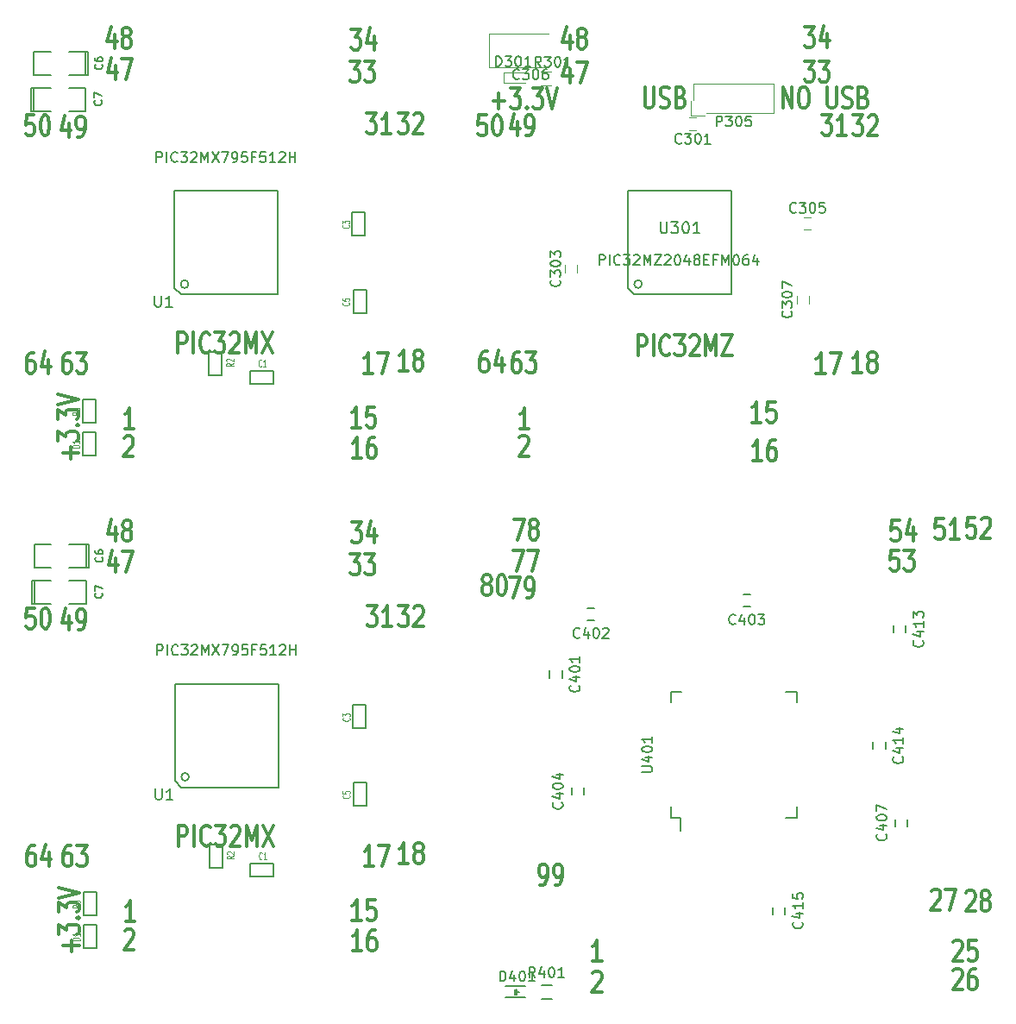
<source format=gto>
G04 #@! TF.FileFunction,Legend,Top*
%FSLAX46Y46*%
G04 Gerber Fmt 4.6, Leading zero omitted, Abs format (unit mm)*
G04 Created by KiCad (PCBNEW 4.0.5+dfsg1-4) date Mon Jun 11 22:34:57 2018*
%MOMM*%
%LPD*%
G01*
G04 APERTURE LIST*
%ADD10C,0.150000*%
%ADD11C,0.304800*%
%ADD12C,0.203200*%
%ADD13C,0.127000*%
%ADD14C,0.120000*%
%ADD15C,0.152400*%
%ADD16C,0.114300*%
G04 APERTURE END LIST*
D10*
D11*
X115194443Y-128562100D02*
X115194443Y-127400957D01*
X115968538Y-127981528D02*
X114420348Y-127981528D01*
X113936538Y-126820386D02*
X113936538Y-125876957D01*
X114710633Y-126384957D01*
X114710633Y-126167243D01*
X114807395Y-126022100D01*
X114904157Y-125949529D01*
X115097681Y-125876957D01*
X115581490Y-125876957D01*
X115775014Y-125949529D01*
X115871776Y-126022100D01*
X115968538Y-126167243D01*
X115968538Y-126602671D01*
X115871776Y-126747814D01*
X115775014Y-126820386D01*
X115775014Y-125223814D02*
X115871776Y-125151242D01*
X115968538Y-125223814D01*
X115871776Y-125296385D01*
X115775014Y-125223814D01*
X115968538Y-125223814D01*
X113936538Y-124643243D02*
X113936538Y-123699814D01*
X114710633Y-124207814D01*
X114710633Y-123990100D01*
X114807395Y-123844957D01*
X114904157Y-123772386D01*
X115097681Y-123699814D01*
X115581490Y-123699814D01*
X115775014Y-123772386D01*
X115871776Y-123844957D01*
X115968538Y-123990100D01*
X115968538Y-124425528D01*
X115871776Y-124570671D01*
X115775014Y-124643243D01*
X113936538Y-123264385D02*
X115968538Y-122756385D01*
X113936538Y-122248385D01*
X121390229Y-125607838D02*
X120519372Y-125607838D01*
X120954800Y-125607838D02*
X120954800Y-123575838D01*
X120809657Y-123866124D01*
X120664515Y-124059648D01*
X120519372Y-124156410D01*
X120455872Y-126499862D02*
X120528443Y-126403100D01*
X120673586Y-126306338D01*
X121036443Y-126306338D01*
X121181586Y-126403100D01*
X121254157Y-126499862D01*
X121326729Y-126693386D01*
X121326729Y-126886910D01*
X121254157Y-127177195D01*
X120383300Y-128338338D01*
X121326729Y-128338338D01*
X143651514Y-125480838D02*
X142780657Y-125480838D01*
X143216085Y-125480838D02*
X143216085Y-123448838D01*
X143070942Y-123739124D01*
X142925800Y-123932648D01*
X142780657Y-124029410D01*
X145030371Y-123448838D02*
X144304657Y-123448838D01*
X144232086Y-124416457D01*
X144304657Y-124319695D01*
X144449800Y-124222933D01*
X144812657Y-124222933D01*
X144957800Y-124319695D01*
X145030371Y-124416457D01*
X145102943Y-124609981D01*
X145102943Y-125093790D01*
X145030371Y-125287314D01*
X144957800Y-125384076D01*
X144812657Y-125480838D01*
X144449800Y-125480838D01*
X144304657Y-125384076D01*
X144232086Y-125287314D01*
X143715014Y-128465338D02*
X142844157Y-128465338D01*
X143279585Y-128465338D02*
X143279585Y-126433338D01*
X143134442Y-126723624D01*
X142989300Y-126917148D01*
X142844157Y-127013910D01*
X145021300Y-126433338D02*
X144731014Y-126433338D01*
X144585871Y-126530100D01*
X144513300Y-126626862D01*
X144368157Y-126917148D01*
X144295586Y-127304195D01*
X144295586Y-128078290D01*
X144368157Y-128271814D01*
X144440729Y-128368576D01*
X144585871Y-128465338D01*
X144876157Y-128465338D01*
X145021300Y-128368576D01*
X145093871Y-128271814D01*
X145166443Y-128078290D01*
X145166443Y-127594481D01*
X145093871Y-127400957D01*
X145021300Y-127304195D01*
X144876157Y-127207433D01*
X144585871Y-127207433D01*
X144440729Y-127304195D01*
X144368157Y-127400957D01*
X144295586Y-127594481D01*
X144858014Y-120146838D02*
X143987157Y-120146838D01*
X144422585Y-120146838D02*
X144422585Y-118114838D01*
X144277442Y-118405124D01*
X144132300Y-118598648D01*
X143987157Y-118695410D01*
X145366014Y-118114838D02*
X146382014Y-118114838D01*
X145728871Y-120146838D01*
X148287014Y-119892838D02*
X147416157Y-119892838D01*
X147851585Y-119892838D02*
X147851585Y-117860838D01*
X147706442Y-118151124D01*
X147561300Y-118344648D01*
X147416157Y-118441410D01*
X149157871Y-118731695D02*
X149012729Y-118634933D01*
X148940157Y-118538171D01*
X148867586Y-118344648D01*
X148867586Y-118247886D01*
X148940157Y-118054362D01*
X149012729Y-117957600D01*
X149157871Y-117860838D01*
X149448157Y-117860838D01*
X149593300Y-117957600D01*
X149665871Y-118054362D01*
X149738443Y-118247886D01*
X149738443Y-118344648D01*
X149665871Y-118538171D01*
X149593300Y-118634933D01*
X149448157Y-118731695D01*
X149157871Y-118731695D01*
X149012729Y-118828457D01*
X148940157Y-118925219D01*
X148867586Y-119118743D01*
X148867586Y-119505790D01*
X148940157Y-119699314D01*
X149012729Y-119796076D01*
X149157871Y-119892838D01*
X149448157Y-119892838D01*
X149593300Y-119796076D01*
X149665871Y-119699314D01*
X149738443Y-119505790D01*
X149738443Y-119118743D01*
X149665871Y-118925219D01*
X149593300Y-118828457D01*
X149448157Y-118731695D01*
X144232085Y-94619838D02*
X145175514Y-94619838D01*
X144667514Y-95393933D01*
X144885228Y-95393933D01*
X145030371Y-95490695D01*
X145102942Y-95587457D01*
X145175514Y-95780981D01*
X145175514Y-96264790D01*
X145102942Y-96458314D01*
X145030371Y-96555076D01*
X144885228Y-96651838D01*
X144449800Y-96651838D01*
X144304657Y-96555076D01*
X144232085Y-96458314D01*
X146626943Y-96651838D02*
X145756086Y-96651838D01*
X146191514Y-96651838D02*
X146191514Y-94619838D01*
X146046371Y-94910124D01*
X145901229Y-95103648D01*
X145756086Y-95200410D01*
X147343585Y-94619838D02*
X148287014Y-94619838D01*
X147779014Y-95393933D01*
X147996728Y-95393933D01*
X148141871Y-95490695D01*
X148214442Y-95587457D01*
X148287014Y-95780981D01*
X148287014Y-96264790D01*
X148214442Y-96458314D01*
X148141871Y-96555076D01*
X147996728Y-96651838D01*
X147561300Y-96651838D01*
X147416157Y-96555076D01*
X147343585Y-96458314D01*
X148867586Y-94813362D02*
X148940157Y-94716600D01*
X149085300Y-94619838D01*
X149448157Y-94619838D01*
X149593300Y-94716600D01*
X149665871Y-94813362D01*
X149738443Y-95006886D01*
X149738443Y-95200410D01*
X149665871Y-95490695D01*
X148795014Y-96651838D01*
X149738443Y-96651838D01*
X142581085Y-89539838D02*
X143524514Y-89539838D01*
X143016514Y-90313933D01*
X143234228Y-90313933D01*
X143379371Y-90410695D01*
X143451942Y-90507457D01*
X143524514Y-90700981D01*
X143524514Y-91184790D01*
X143451942Y-91378314D01*
X143379371Y-91475076D01*
X143234228Y-91571838D01*
X142798800Y-91571838D01*
X142653657Y-91475076D01*
X142581085Y-91378314D01*
X144032514Y-89539838D02*
X144975943Y-89539838D01*
X144467943Y-90313933D01*
X144685657Y-90313933D01*
X144830800Y-90410695D01*
X144903371Y-90507457D01*
X144975943Y-90700981D01*
X144975943Y-91184790D01*
X144903371Y-91378314D01*
X144830800Y-91475076D01*
X144685657Y-91571838D01*
X144250229Y-91571838D01*
X144105086Y-91475076D01*
X144032514Y-91378314D01*
X142708085Y-86364838D02*
X143651514Y-86364838D01*
X143143514Y-87138933D01*
X143361228Y-87138933D01*
X143506371Y-87235695D01*
X143578942Y-87332457D01*
X143651514Y-87525981D01*
X143651514Y-88009790D01*
X143578942Y-88203314D01*
X143506371Y-88300076D01*
X143361228Y-88396838D01*
X142925800Y-88396838D01*
X142780657Y-88300076D01*
X142708085Y-88203314D01*
X144957800Y-87042171D02*
X144957800Y-88396838D01*
X144594943Y-86268076D02*
X144232086Y-87719505D01*
X145175514Y-87719505D01*
X119503371Y-86915171D02*
X119503371Y-88269838D01*
X119140514Y-86141076D02*
X118777657Y-87592505D01*
X119721085Y-87592505D01*
X120519371Y-87108695D02*
X120374229Y-87011933D01*
X120301657Y-86915171D01*
X120229086Y-86721648D01*
X120229086Y-86624886D01*
X120301657Y-86431362D01*
X120374229Y-86334600D01*
X120519371Y-86237838D01*
X120809657Y-86237838D01*
X120954800Y-86334600D01*
X121027371Y-86431362D01*
X121099943Y-86624886D01*
X121099943Y-86721648D01*
X121027371Y-86915171D01*
X120954800Y-87011933D01*
X120809657Y-87108695D01*
X120519371Y-87108695D01*
X120374229Y-87205457D01*
X120301657Y-87302219D01*
X120229086Y-87495743D01*
X120229086Y-87882790D01*
X120301657Y-88076314D01*
X120374229Y-88173076D01*
X120519371Y-88269838D01*
X120809657Y-88269838D01*
X120954800Y-88173076D01*
X121027371Y-88076314D01*
X121099943Y-87882790D01*
X121099943Y-87495743D01*
X121027371Y-87302219D01*
X120954800Y-87205457D01*
X120809657Y-87108695D01*
X119566871Y-89963171D02*
X119566871Y-91317838D01*
X119204014Y-89189076D02*
X118841157Y-90640505D01*
X119784585Y-90640505D01*
X120220014Y-89285838D02*
X121236014Y-89285838D01*
X120582871Y-91317838D01*
X111574942Y-94810338D02*
X110849228Y-94810338D01*
X110776657Y-95777957D01*
X110849228Y-95681195D01*
X110994371Y-95584433D01*
X111357228Y-95584433D01*
X111502371Y-95681195D01*
X111574942Y-95777957D01*
X111647514Y-95971481D01*
X111647514Y-96455290D01*
X111574942Y-96648814D01*
X111502371Y-96745576D01*
X111357228Y-96842338D01*
X110994371Y-96842338D01*
X110849228Y-96745576D01*
X110776657Y-96648814D01*
X112590943Y-94810338D02*
X112736086Y-94810338D01*
X112881229Y-94907100D01*
X112953800Y-95003862D01*
X113026371Y-95197386D01*
X113098943Y-95584433D01*
X113098943Y-96068243D01*
X113026371Y-96455290D01*
X112953800Y-96648814D01*
X112881229Y-96745576D01*
X112736086Y-96842338D01*
X112590943Y-96842338D01*
X112445800Y-96745576D01*
X112373229Y-96648814D01*
X112300657Y-96455290D01*
X112228086Y-96068243D01*
X112228086Y-95584433D01*
X112300657Y-95197386D01*
X112373229Y-95003862D01*
X112445800Y-94907100D01*
X112590943Y-94810338D01*
X114994871Y-95614671D02*
X114994871Y-96969338D01*
X114632014Y-94840576D02*
X114269157Y-96292005D01*
X115212585Y-96292005D01*
X115865729Y-96969338D02*
X116156014Y-96969338D01*
X116301157Y-96872576D01*
X116373729Y-96775814D01*
X116518871Y-96485529D01*
X116591443Y-96098481D01*
X116591443Y-95324386D01*
X116518871Y-95130862D01*
X116446300Y-95034100D01*
X116301157Y-94937338D01*
X116010871Y-94937338D01*
X115865729Y-95034100D01*
X115793157Y-95130862D01*
X115720586Y-95324386D01*
X115720586Y-95808195D01*
X115793157Y-96001719D01*
X115865729Y-96098481D01*
X116010871Y-96195243D01*
X116301157Y-96195243D01*
X116446300Y-96098481D01*
X116518871Y-96001719D01*
X116591443Y-95808195D01*
X111565871Y-118114838D02*
X111275585Y-118114838D01*
X111130442Y-118211600D01*
X111057871Y-118308362D01*
X110912728Y-118598648D01*
X110840157Y-118985695D01*
X110840157Y-119759790D01*
X110912728Y-119953314D01*
X110985300Y-120050076D01*
X111130442Y-120146838D01*
X111420728Y-120146838D01*
X111565871Y-120050076D01*
X111638442Y-119953314D01*
X111711014Y-119759790D01*
X111711014Y-119275981D01*
X111638442Y-119082457D01*
X111565871Y-118985695D01*
X111420728Y-118888933D01*
X111130442Y-118888933D01*
X110985300Y-118985695D01*
X110912728Y-119082457D01*
X110840157Y-119275981D01*
X113017300Y-118792171D02*
X113017300Y-120146838D01*
X112654443Y-118018076D02*
X112291586Y-119469505D01*
X113235014Y-119469505D01*
X115121871Y-118114838D02*
X114831585Y-118114838D01*
X114686442Y-118211600D01*
X114613871Y-118308362D01*
X114468728Y-118598648D01*
X114396157Y-118985695D01*
X114396157Y-119759790D01*
X114468728Y-119953314D01*
X114541300Y-120050076D01*
X114686442Y-120146838D01*
X114976728Y-120146838D01*
X115121871Y-120050076D01*
X115194442Y-119953314D01*
X115267014Y-119759790D01*
X115267014Y-119275981D01*
X115194442Y-119082457D01*
X115121871Y-118985695D01*
X114976728Y-118888933D01*
X114686442Y-118888933D01*
X114541300Y-118985695D01*
X114468728Y-119082457D01*
X114396157Y-119275981D01*
X115775014Y-118114838D02*
X116718443Y-118114838D01*
X116210443Y-118888933D01*
X116428157Y-118888933D01*
X116573300Y-118985695D01*
X116645871Y-119082457D01*
X116718443Y-119275981D01*
X116718443Y-119759790D01*
X116645871Y-119953314D01*
X116573300Y-120050076D01*
X116428157Y-120146838D01*
X115992729Y-120146838D01*
X115847586Y-120050076D01*
X115775014Y-119953314D01*
X125717300Y-118178338D02*
X125717300Y-116146338D01*
X126297872Y-116146338D01*
X126443014Y-116243100D01*
X126515586Y-116339862D01*
X126588157Y-116533386D01*
X126588157Y-116823671D01*
X126515586Y-117017195D01*
X126443014Y-117113957D01*
X126297872Y-117210719D01*
X125717300Y-117210719D01*
X127241300Y-118178338D02*
X127241300Y-116146338D01*
X128837871Y-117984814D02*
X128765300Y-118081576D01*
X128547586Y-118178338D01*
X128402443Y-118178338D01*
X128184728Y-118081576D01*
X128039586Y-117888052D01*
X127967014Y-117694529D01*
X127894443Y-117307481D01*
X127894443Y-117017195D01*
X127967014Y-116630148D01*
X128039586Y-116436624D01*
X128184728Y-116243100D01*
X128402443Y-116146338D01*
X128547586Y-116146338D01*
X128765300Y-116243100D01*
X128837871Y-116339862D01*
X129345871Y-116146338D02*
X130289300Y-116146338D01*
X129781300Y-116920433D01*
X129999014Y-116920433D01*
X130144157Y-117017195D01*
X130216728Y-117113957D01*
X130289300Y-117307481D01*
X130289300Y-117791290D01*
X130216728Y-117984814D01*
X130144157Y-118081576D01*
X129999014Y-118178338D01*
X129563586Y-118178338D01*
X129418443Y-118081576D01*
X129345871Y-117984814D01*
X130869872Y-116339862D02*
X130942443Y-116243100D01*
X131087586Y-116146338D01*
X131450443Y-116146338D01*
X131595586Y-116243100D01*
X131668157Y-116339862D01*
X131740729Y-116533386D01*
X131740729Y-116726910D01*
X131668157Y-117017195D01*
X130797300Y-118178338D01*
X131740729Y-118178338D01*
X132393872Y-118178338D02*
X132393872Y-116146338D01*
X132901872Y-117597767D01*
X133409872Y-116146338D01*
X133409872Y-118178338D01*
X133990443Y-116146338D02*
X135006443Y-118178338D01*
X135006443Y-116146338D02*
X133990443Y-118178338D01*
X161239200Y-122001038D02*
X161529485Y-122001038D01*
X161674628Y-121904276D01*
X161747200Y-121807514D01*
X161892342Y-121517229D01*
X161964914Y-121130181D01*
X161964914Y-120356086D01*
X161892342Y-120162562D01*
X161819771Y-120065800D01*
X161674628Y-119969038D01*
X161384342Y-119969038D01*
X161239200Y-120065800D01*
X161166628Y-120162562D01*
X161094057Y-120356086D01*
X161094057Y-120839895D01*
X161166628Y-121033419D01*
X161239200Y-121130181D01*
X161384342Y-121226943D01*
X161674628Y-121226943D01*
X161819771Y-121130181D01*
X161892342Y-121033419D01*
X161964914Y-120839895D01*
X162690629Y-122001038D02*
X162980914Y-122001038D01*
X163126057Y-121904276D01*
X163198629Y-121807514D01*
X163343771Y-121517229D01*
X163416343Y-121130181D01*
X163416343Y-120356086D01*
X163343771Y-120162562D01*
X163271200Y-120065800D01*
X163126057Y-119969038D01*
X162835771Y-119969038D01*
X162690629Y-120065800D01*
X162618057Y-120162562D01*
X162545486Y-120356086D01*
X162545486Y-120839895D01*
X162618057Y-121033419D01*
X162690629Y-121130181D01*
X162835771Y-121226943D01*
X163126057Y-121226943D01*
X163271200Y-121130181D01*
X163343771Y-121033419D01*
X163416343Y-120839895D01*
X158227485Y-91825838D02*
X159243485Y-91825838D01*
X158590342Y-93857838D01*
X159896629Y-93857838D02*
X160186914Y-93857838D01*
X160332057Y-93761076D01*
X160404629Y-93664314D01*
X160549771Y-93374029D01*
X160622343Y-92986981D01*
X160622343Y-92212886D01*
X160549771Y-92019362D01*
X160477200Y-91922600D01*
X160332057Y-91825838D01*
X160041771Y-91825838D01*
X159896629Y-91922600D01*
X159824057Y-92019362D01*
X159751486Y-92212886D01*
X159751486Y-92696695D01*
X159824057Y-92890219D01*
X159896629Y-92986981D01*
X160041771Y-93083743D01*
X160332057Y-93083743D01*
X160477200Y-92986981D01*
X160549771Y-92890219D01*
X160622343Y-92696695D01*
X155847142Y-92442695D02*
X155702000Y-92345933D01*
X155629428Y-92249171D01*
X155556857Y-92055648D01*
X155556857Y-91958886D01*
X155629428Y-91765362D01*
X155702000Y-91668600D01*
X155847142Y-91571838D01*
X156137428Y-91571838D01*
X156282571Y-91668600D01*
X156355142Y-91765362D01*
X156427714Y-91958886D01*
X156427714Y-92055648D01*
X156355142Y-92249171D01*
X156282571Y-92345933D01*
X156137428Y-92442695D01*
X155847142Y-92442695D01*
X155702000Y-92539457D01*
X155629428Y-92636219D01*
X155556857Y-92829743D01*
X155556857Y-93216790D01*
X155629428Y-93410314D01*
X155702000Y-93507076D01*
X155847142Y-93603838D01*
X156137428Y-93603838D01*
X156282571Y-93507076D01*
X156355142Y-93410314D01*
X156427714Y-93216790D01*
X156427714Y-92829743D01*
X156355142Y-92636219D01*
X156282571Y-92539457D01*
X156137428Y-92442695D01*
X157371143Y-91571838D02*
X157516286Y-91571838D01*
X157661429Y-91668600D01*
X157734000Y-91765362D01*
X157806571Y-91958886D01*
X157879143Y-92345933D01*
X157879143Y-92829743D01*
X157806571Y-93216790D01*
X157734000Y-93410314D01*
X157661429Y-93507076D01*
X157516286Y-93603838D01*
X157371143Y-93603838D01*
X157226000Y-93507076D01*
X157153429Y-93410314D01*
X157080857Y-93216790D01*
X157008286Y-92829743D01*
X157008286Y-92345933D01*
X157080857Y-91958886D01*
X157153429Y-91765362D01*
X157226000Y-91668600D01*
X157371143Y-91571838D01*
X158583085Y-89184238D02*
X159599085Y-89184238D01*
X158945942Y-91216238D01*
X160034514Y-89184238D02*
X161050514Y-89184238D01*
X160397371Y-91216238D01*
X158633885Y-86085438D02*
X159649885Y-86085438D01*
X158996742Y-88117438D01*
X160448171Y-86956295D02*
X160303029Y-86859533D01*
X160230457Y-86762771D01*
X160157886Y-86569248D01*
X160157886Y-86472486D01*
X160230457Y-86278962D01*
X160303029Y-86182200D01*
X160448171Y-86085438D01*
X160738457Y-86085438D01*
X160883600Y-86182200D01*
X160956171Y-86278962D01*
X161028743Y-86472486D01*
X161028743Y-86569248D01*
X160956171Y-86762771D01*
X160883600Y-86859533D01*
X160738457Y-86956295D01*
X160448171Y-86956295D01*
X160303029Y-87053057D01*
X160230457Y-87149819D01*
X160157886Y-87343343D01*
X160157886Y-87730390D01*
X160230457Y-87923914D01*
X160303029Y-88020676D01*
X160448171Y-88117438D01*
X160738457Y-88117438D01*
X160883600Y-88020676D01*
X160956171Y-87923914D01*
X161028743Y-87730390D01*
X161028743Y-87343343D01*
X160956171Y-87149819D01*
X160883600Y-87053057D01*
X160738457Y-86956295D01*
X196385542Y-89133438D02*
X195659828Y-89133438D01*
X195587257Y-90101057D01*
X195659828Y-90004295D01*
X195804971Y-89907533D01*
X196167828Y-89907533D01*
X196312971Y-90004295D01*
X196385542Y-90101057D01*
X196458114Y-90294581D01*
X196458114Y-90778390D01*
X196385542Y-90971914D01*
X196312971Y-91068676D01*
X196167828Y-91165438D01*
X195804971Y-91165438D01*
X195659828Y-91068676D01*
X195587257Y-90971914D01*
X196966114Y-89133438D02*
X197909543Y-89133438D01*
X197401543Y-89907533D01*
X197619257Y-89907533D01*
X197764400Y-90004295D01*
X197836971Y-90101057D01*
X197909543Y-90294581D01*
X197909543Y-90778390D01*
X197836971Y-90971914D01*
X197764400Y-91068676D01*
X197619257Y-91165438D01*
X197183829Y-91165438D01*
X197038686Y-91068676D01*
X196966114Y-90971914D01*
X196487142Y-86237838D02*
X195761428Y-86237838D01*
X195688857Y-87205457D01*
X195761428Y-87108695D01*
X195906571Y-87011933D01*
X196269428Y-87011933D01*
X196414571Y-87108695D01*
X196487142Y-87205457D01*
X196559714Y-87398981D01*
X196559714Y-87882790D01*
X196487142Y-88076314D01*
X196414571Y-88173076D01*
X196269428Y-88269838D01*
X195906571Y-88269838D01*
X195761428Y-88173076D01*
X195688857Y-88076314D01*
X197866000Y-86915171D02*
X197866000Y-88269838D01*
X197503143Y-86141076D02*
X197140286Y-87592505D01*
X198083714Y-87592505D01*
X203903942Y-85933038D02*
X203178228Y-85933038D01*
X203105657Y-86900657D01*
X203178228Y-86803895D01*
X203323371Y-86707133D01*
X203686228Y-86707133D01*
X203831371Y-86803895D01*
X203903942Y-86900657D01*
X203976514Y-87094181D01*
X203976514Y-87577990D01*
X203903942Y-87771514D01*
X203831371Y-87868276D01*
X203686228Y-87965038D01*
X203323371Y-87965038D01*
X203178228Y-87868276D01*
X203105657Y-87771514D01*
X204557086Y-86126562D02*
X204629657Y-86029800D01*
X204774800Y-85933038D01*
X205137657Y-85933038D01*
X205282800Y-86029800D01*
X205355371Y-86126562D01*
X205427943Y-86320086D01*
X205427943Y-86513610D01*
X205355371Y-86803895D01*
X204484514Y-87965038D01*
X205427943Y-87965038D01*
X200805142Y-86034638D02*
X200079428Y-86034638D01*
X200006857Y-87002257D01*
X200079428Y-86905495D01*
X200224571Y-86808733D01*
X200587428Y-86808733D01*
X200732571Y-86905495D01*
X200805142Y-87002257D01*
X200877714Y-87195781D01*
X200877714Y-87679590D01*
X200805142Y-87873114D01*
X200732571Y-87969876D01*
X200587428Y-88066638D01*
X200224571Y-88066638D01*
X200079428Y-87969876D01*
X200006857Y-87873114D01*
X202329143Y-88066638D02*
X201458286Y-88066638D01*
X201893714Y-88066638D02*
X201893714Y-86034638D01*
X201748571Y-86324924D01*
X201603429Y-86518448D01*
X201458286Y-86615210D01*
X203054857Y-122753362D02*
X203127428Y-122656600D01*
X203272571Y-122559838D01*
X203635428Y-122559838D01*
X203780571Y-122656600D01*
X203853142Y-122753362D01*
X203925714Y-122946886D01*
X203925714Y-123140410D01*
X203853142Y-123430695D01*
X202982285Y-124591838D01*
X203925714Y-124591838D01*
X204796571Y-123430695D02*
X204651429Y-123333933D01*
X204578857Y-123237171D01*
X204506286Y-123043648D01*
X204506286Y-122946886D01*
X204578857Y-122753362D01*
X204651429Y-122656600D01*
X204796571Y-122559838D01*
X205086857Y-122559838D01*
X205232000Y-122656600D01*
X205304571Y-122753362D01*
X205377143Y-122946886D01*
X205377143Y-123043648D01*
X205304571Y-123237171D01*
X205232000Y-123333933D01*
X205086857Y-123430695D01*
X204796571Y-123430695D01*
X204651429Y-123527457D01*
X204578857Y-123624219D01*
X204506286Y-123817743D01*
X204506286Y-124204790D01*
X204578857Y-124398314D01*
X204651429Y-124495076D01*
X204796571Y-124591838D01*
X205086857Y-124591838D01*
X205232000Y-124495076D01*
X205304571Y-124398314D01*
X205377143Y-124204790D01*
X205377143Y-123817743D01*
X205304571Y-123624219D01*
X205232000Y-123527457D01*
X205086857Y-123430695D01*
X199651257Y-122651762D02*
X199723828Y-122555000D01*
X199868971Y-122458238D01*
X200231828Y-122458238D01*
X200376971Y-122555000D01*
X200449542Y-122651762D01*
X200522114Y-122845286D01*
X200522114Y-123038810D01*
X200449542Y-123329095D01*
X199578685Y-124490238D01*
X200522114Y-124490238D01*
X201030114Y-122458238D02*
X202046114Y-122458238D01*
X201392971Y-124490238D01*
X201784857Y-130424162D02*
X201857428Y-130327400D01*
X202002571Y-130230638D01*
X202365428Y-130230638D01*
X202510571Y-130327400D01*
X202583142Y-130424162D01*
X202655714Y-130617686D01*
X202655714Y-130811210D01*
X202583142Y-131101495D01*
X201712285Y-132262638D01*
X202655714Y-132262638D01*
X203962000Y-130230638D02*
X203671714Y-130230638D01*
X203526571Y-130327400D01*
X203454000Y-130424162D01*
X203308857Y-130714448D01*
X203236286Y-131101495D01*
X203236286Y-131875590D01*
X203308857Y-132069114D01*
X203381429Y-132165876D01*
X203526571Y-132262638D01*
X203816857Y-132262638D01*
X203962000Y-132165876D01*
X204034571Y-132069114D01*
X204107143Y-131875590D01*
X204107143Y-131391781D01*
X204034571Y-131198257D01*
X203962000Y-131101495D01*
X203816857Y-131004733D01*
X203526571Y-131004733D01*
X203381429Y-131101495D01*
X203308857Y-131198257D01*
X203236286Y-131391781D01*
X201784857Y-127630162D02*
X201857428Y-127533400D01*
X202002571Y-127436638D01*
X202365428Y-127436638D01*
X202510571Y-127533400D01*
X202583142Y-127630162D01*
X202655714Y-127823686D01*
X202655714Y-128017210D01*
X202583142Y-128307495D01*
X201712285Y-129468638D01*
X202655714Y-129468638D01*
X204034571Y-127436638D02*
X203308857Y-127436638D01*
X203236286Y-128404257D01*
X203308857Y-128307495D01*
X203454000Y-128210733D01*
X203816857Y-128210733D01*
X203962000Y-128307495D01*
X204034571Y-128404257D01*
X204107143Y-128597781D01*
X204107143Y-129081590D01*
X204034571Y-129275114D01*
X203962000Y-129371876D01*
X203816857Y-129468638D01*
X203454000Y-129468638D01*
X203308857Y-129371876D01*
X203236286Y-129275114D01*
X166391772Y-130678162D02*
X166464343Y-130581400D01*
X166609486Y-130484638D01*
X166972343Y-130484638D01*
X167117486Y-130581400D01*
X167190057Y-130678162D01*
X167262629Y-130871686D01*
X167262629Y-131065210D01*
X167190057Y-131355495D01*
X166319200Y-132516638D01*
X167262629Y-132516638D01*
X167262629Y-129468638D02*
X166391772Y-129468638D01*
X166827200Y-129468638D02*
X166827200Y-127436638D01*
X166682057Y-127726924D01*
X166536915Y-127920448D01*
X166391772Y-128017210D01*
X125666500Y-69816738D02*
X125666500Y-67784738D01*
X126247072Y-67784738D01*
X126392214Y-67881500D01*
X126464786Y-67978262D01*
X126537357Y-68171786D01*
X126537357Y-68462071D01*
X126464786Y-68655595D01*
X126392214Y-68752357D01*
X126247072Y-68849119D01*
X125666500Y-68849119D01*
X127190500Y-69816738D02*
X127190500Y-67784738D01*
X128787071Y-69623214D02*
X128714500Y-69719976D01*
X128496786Y-69816738D01*
X128351643Y-69816738D01*
X128133928Y-69719976D01*
X127988786Y-69526452D01*
X127916214Y-69332929D01*
X127843643Y-68945881D01*
X127843643Y-68655595D01*
X127916214Y-68268548D01*
X127988786Y-68075024D01*
X128133928Y-67881500D01*
X128351643Y-67784738D01*
X128496786Y-67784738D01*
X128714500Y-67881500D01*
X128787071Y-67978262D01*
X129295071Y-67784738D02*
X130238500Y-67784738D01*
X129730500Y-68558833D01*
X129948214Y-68558833D01*
X130093357Y-68655595D01*
X130165928Y-68752357D01*
X130238500Y-68945881D01*
X130238500Y-69429690D01*
X130165928Y-69623214D01*
X130093357Y-69719976D01*
X129948214Y-69816738D01*
X129512786Y-69816738D01*
X129367643Y-69719976D01*
X129295071Y-69623214D01*
X130819072Y-67978262D02*
X130891643Y-67881500D01*
X131036786Y-67784738D01*
X131399643Y-67784738D01*
X131544786Y-67881500D01*
X131617357Y-67978262D01*
X131689929Y-68171786D01*
X131689929Y-68365310D01*
X131617357Y-68655595D01*
X130746500Y-69816738D01*
X131689929Y-69816738D01*
X132343072Y-69816738D02*
X132343072Y-67784738D01*
X132851072Y-69236167D01*
X133359072Y-67784738D01*
X133359072Y-69816738D01*
X133939643Y-67784738D02*
X134955643Y-69816738D01*
X134955643Y-67784738D02*
X133939643Y-69816738D01*
X170815000Y-70070738D02*
X170815000Y-68038738D01*
X171395572Y-68038738D01*
X171540714Y-68135500D01*
X171613286Y-68232262D01*
X171685857Y-68425786D01*
X171685857Y-68716071D01*
X171613286Y-68909595D01*
X171540714Y-69006357D01*
X171395572Y-69103119D01*
X170815000Y-69103119D01*
X172339000Y-70070738D02*
X172339000Y-68038738D01*
X173935571Y-69877214D02*
X173863000Y-69973976D01*
X173645286Y-70070738D01*
X173500143Y-70070738D01*
X173282428Y-69973976D01*
X173137286Y-69780452D01*
X173064714Y-69586929D01*
X172992143Y-69199881D01*
X172992143Y-68909595D01*
X173064714Y-68522548D01*
X173137286Y-68329024D01*
X173282428Y-68135500D01*
X173500143Y-68038738D01*
X173645286Y-68038738D01*
X173863000Y-68135500D01*
X173935571Y-68232262D01*
X174443571Y-68038738D02*
X175387000Y-68038738D01*
X174879000Y-68812833D01*
X175096714Y-68812833D01*
X175241857Y-68909595D01*
X175314428Y-69006357D01*
X175387000Y-69199881D01*
X175387000Y-69683690D01*
X175314428Y-69877214D01*
X175241857Y-69973976D01*
X175096714Y-70070738D01*
X174661286Y-70070738D01*
X174516143Y-69973976D01*
X174443571Y-69877214D01*
X175967572Y-68232262D02*
X176040143Y-68135500D01*
X176185286Y-68038738D01*
X176548143Y-68038738D01*
X176693286Y-68135500D01*
X176765857Y-68232262D01*
X176838429Y-68425786D01*
X176838429Y-68619310D01*
X176765857Y-68909595D01*
X175895000Y-70070738D01*
X176838429Y-70070738D01*
X177491572Y-70070738D02*
X177491572Y-68038738D01*
X177999572Y-69490167D01*
X178507572Y-68038738D01*
X178507572Y-70070738D01*
X179088143Y-68038738D02*
X180104143Y-68038738D01*
X179088143Y-70070738D01*
X180104143Y-70070738D01*
X156591000Y-45039643D02*
X157752143Y-45039643D01*
X157171572Y-45813738D02*
X157171572Y-44265548D01*
X158332714Y-43781738D02*
X159276143Y-43781738D01*
X158768143Y-44555833D01*
X158985857Y-44555833D01*
X159131000Y-44652595D01*
X159203571Y-44749357D01*
X159276143Y-44942881D01*
X159276143Y-45426690D01*
X159203571Y-45620214D01*
X159131000Y-45716976D01*
X158985857Y-45813738D01*
X158550429Y-45813738D01*
X158405286Y-45716976D01*
X158332714Y-45620214D01*
X159929286Y-45620214D02*
X160001858Y-45716976D01*
X159929286Y-45813738D01*
X159856715Y-45716976D01*
X159929286Y-45620214D01*
X159929286Y-45813738D01*
X160509857Y-43781738D02*
X161453286Y-43781738D01*
X160945286Y-44555833D01*
X161163000Y-44555833D01*
X161308143Y-44652595D01*
X161380714Y-44749357D01*
X161453286Y-44942881D01*
X161453286Y-45426690D01*
X161380714Y-45620214D01*
X161308143Y-45716976D01*
X161163000Y-45813738D01*
X160727572Y-45813738D01*
X160582429Y-45716976D01*
X160509857Y-45620214D01*
X161888715Y-43781738D02*
X162396715Y-45813738D01*
X162904715Y-43781738D01*
X115071071Y-69753238D02*
X114780785Y-69753238D01*
X114635642Y-69850000D01*
X114563071Y-69946762D01*
X114417928Y-70237048D01*
X114345357Y-70624095D01*
X114345357Y-71398190D01*
X114417928Y-71591714D01*
X114490500Y-71688476D01*
X114635642Y-71785238D01*
X114925928Y-71785238D01*
X115071071Y-71688476D01*
X115143642Y-71591714D01*
X115216214Y-71398190D01*
X115216214Y-70914381D01*
X115143642Y-70720857D01*
X115071071Y-70624095D01*
X114925928Y-70527333D01*
X114635642Y-70527333D01*
X114490500Y-70624095D01*
X114417928Y-70720857D01*
X114345357Y-70914381D01*
X115724214Y-69753238D02*
X116667643Y-69753238D01*
X116159643Y-70527333D01*
X116377357Y-70527333D01*
X116522500Y-70624095D01*
X116595071Y-70720857D01*
X116667643Y-70914381D01*
X116667643Y-71398190D01*
X116595071Y-71591714D01*
X116522500Y-71688476D01*
X116377357Y-71785238D01*
X115941929Y-71785238D01*
X115796786Y-71688476D01*
X115724214Y-71591714D01*
X111515071Y-69753238D02*
X111224785Y-69753238D01*
X111079642Y-69850000D01*
X111007071Y-69946762D01*
X110861928Y-70237048D01*
X110789357Y-70624095D01*
X110789357Y-71398190D01*
X110861928Y-71591714D01*
X110934500Y-71688476D01*
X111079642Y-71785238D01*
X111369928Y-71785238D01*
X111515071Y-71688476D01*
X111587642Y-71591714D01*
X111660214Y-71398190D01*
X111660214Y-70914381D01*
X111587642Y-70720857D01*
X111515071Y-70624095D01*
X111369928Y-70527333D01*
X111079642Y-70527333D01*
X110934500Y-70624095D01*
X110861928Y-70720857D01*
X110789357Y-70914381D01*
X112966500Y-70430571D02*
X112966500Y-71785238D01*
X112603643Y-69656476D02*
X112240786Y-71107905D01*
X113184214Y-71107905D01*
X114944071Y-47253071D02*
X114944071Y-48607738D01*
X114581214Y-46478976D02*
X114218357Y-47930405D01*
X115161785Y-47930405D01*
X115814929Y-48607738D02*
X116105214Y-48607738D01*
X116250357Y-48510976D01*
X116322929Y-48414214D01*
X116468071Y-48123929D01*
X116540643Y-47736881D01*
X116540643Y-46962786D01*
X116468071Y-46769262D01*
X116395500Y-46672500D01*
X116250357Y-46575738D01*
X115960071Y-46575738D01*
X115814929Y-46672500D01*
X115742357Y-46769262D01*
X115669786Y-46962786D01*
X115669786Y-47446595D01*
X115742357Y-47640119D01*
X115814929Y-47736881D01*
X115960071Y-47833643D01*
X116250357Y-47833643D01*
X116395500Y-47736881D01*
X116468071Y-47640119D01*
X116540643Y-47446595D01*
X111524142Y-46448738D02*
X110798428Y-46448738D01*
X110725857Y-47416357D01*
X110798428Y-47319595D01*
X110943571Y-47222833D01*
X111306428Y-47222833D01*
X111451571Y-47319595D01*
X111524142Y-47416357D01*
X111596714Y-47609881D01*
X111596714Y-48093690D01*
X111524142Y-48287214D01*
X111451571Y-48383976D01*
X111306428Y-48480738D01*
X110943571Y-48480738D01*
X110798428Y-48383976D01*
X110725857Y-48287214D01*
X112540143Y-46448738D02*
X112685286Y-46448738D01*
X112830429Y-46545500D01*
X112903000Y-46642262D01*
X112975571Y-46835786D01*
X113048143Y-47222833D01*
X113048143Y-47706643D01*
X112975571Y-48093690D01*
X112903000Y-48287214D01*
X112830429Y-48383976D01*
X112685286Y-48480738D01*
X112540143Y-48480738D01*
X112395000Y-48383976D01*
X112322429Y-48287214D01*
X112249857Y-48093690D01*
X112177286Y-47706643D01*
X112177286Y-47222833D01*
X112249857Y-46835786D01*
X112322429Y-46642262D01*
X112395000Y-46545500D01*
X112540143Y-46448738D01*
X119516071Y-41601571D02*
X119516071Y-42956238D01*
X119153214Y-40827476D02*
X118790357Y-42278905D01*
X119733785Y-42278905D01*
X120169214Y-40924238D02*
X121185214Y-40924238D01*
X120532071Y-42956238D01*
X119452571Y-38553571D02*
X119452571Y-39908238D01*
X119089714Y-37779476D02*
X118726857Y-39230905D01*
X119670285Y-39230905D01*
X120468571Y-38747095D02*
X120323429Y-38650333D01*
X120250857Y-38553571D01*
X120178286Y-38360048D01*
X120178286Y-38263286D01*
X120250857Y-38069762D01*
X120323429Y-37973000D01*
X120468571Y-37876238D01*
X120758857Y-37876238D01*
X120904000Y-37973000D01*
X120976571Y-38069762D01*
X121049143Y-38263286D01*
X121049143Y-38360048D01*
X120976571Y-38553571D01*
X120904000Y-38650333D01*
X120758857Y-38747095D01*
X120468571Y-38747095D01*
X120323429Y-38843857D01*
X120250857Y-38940619D01*
X120178286Y-39134143D01*
X120178286Y-39521190D01*
X120250857Y-39714714D01*
X120323429Y-39811476D01*
X120468571Y-39908238D01*
X120758857Y-39908238D01*
X120904000Y-39811476D01*
X120976571Y-39714714D01*
X121049143Y-39521190D01*
X121049143Y-39134143D01*
X120976571Y-38940619D01*
X120904000Y-38843857D01*
X120758857Y-38747095D01*
X142657285Y-38003238D02*
X143600714Y-38003238D01*
X143092714Y-38777333D01*
X143310428Y-38777333D01*
X143455571Y-38874095D01*
X143528142Y-38970857D01*
X143600714Y-39164381D01*
X143600714Y-39648190D01*
X143528142Y-39841714D01*
X143455571Y-39938476D01*
X143310428Y-40035238D01*
X142875000Y-40035238D01*
X142729857Y-39938476D01*
X142657285Y-39841714D01*
X144907000Y-38680571D02*
X144907000Y-40035238D01*
X144544143Y-37906476D02*
X144181286Y-39357905D01*
X145124714Y-39357905D01*
X142530285Y-41178238D02*
X143473714Y-41178238D01*
X142965714Y-41952333D01*
X143183428Y-41952333D01*
X143328571Y-42049095D01*
X143401142Y-42145857D01*
X143473714Y-42339381D01*
X143473714Y-42823190D01*
X143401142Y-43016714D01*
X143328571Y-43113476D01*
X143183428Y-43210238D01*
X142748000Y-43210238D01*
X142602857Y-43113476D01*
X142530285Y-43016714D01*
X143981714Y-41178238D02*
X144925143Y-41178238D01*
X144417143Y-41952333D01*
X144634857Y-41952333D01*
X144780000Y-42049095D01*
X144852571Y-42145857D01*
X144925143Y-42339381D01*
X144925143Y-42823190D01*
X144852571Y-43016714D01*
X144780000Y-43113476D01*
X144634857Y-43210238D01*
X144199429Y-43210238D01*
X144054286Y-43113476D01*
X143981714Y-43016714D01*
X147292785Y-46258238D02*
X148236214Y-46258238D01*
X147728214Y-47032333D01*
X147945928Y-47032333D01*
X148091071Y-47129095D01*
X148163642Y-47225857D01*
X148236214Y-47419381D01*
X148236214Y-47903190D01*
X148163642Y-48096714D01*
X148091071Y-48193476D01*
X147945928Y-48290238D01*
X147510500Y-48290238D01*
X147365357Y-48193476D01*
X147292785Y-48096714D01*
X148816786Y-46451762D02*
X148889357Y-46355000D01*
X149034500Y-46258238D01*
X149397357Y-46258238D01*
X149542500Y-46355000D01*
X149615071Y-46451762D01*
X149687643Y-46645286D01*
X149687643Y-46838810D01*
X149615071Y-47129095D01*
X148744214Y-48290238D01*
X149687643Y-48290238D01*
X144181285Y-46258238D02*
X145124714Y-46258238D01*
X144616714Y-47032333D01*
X144834428Y-47032333D01*
X144979571Y-47129095D01*
X145052142Y-47225857D01*
X145124714Y-47419381D01*
X145124714Y-47903190D01*
X145052142Y-48096714D01*
X144979571Y-48193476D01*
X144834428Y-48290238D01*
X144399000Y-48290238D01*
X144253857Y-48193476D01*
X144181285Y-48096714D01*
X146576143Y-48290238D02*
X145705286Y-48290238D01*
X146140714Y-48290238D02*
X146140714Y-46258238D01*
X145995571Y-46548524D01*
X145850429Y-46742048D01*
X145705286Y-46838810D01*
X148236214Y-71531238D02*
X147365357Y-71531238D01*
X147800785Y-71531238D02*
X147800785Y-69499238D01*
X147655642Y-69789524D01*
X147510500Y-69983048D01*
X147365357Y-70079810D01*
X149107071Y-70370095D02*
X148961929Y-70273333D01*
X148889357Y-70176571D01*
X148816786Y-69983048D01*
X148816786Y-69886286D01*
X148889357Y-69692762D01*
X148961929Y-69596000D01*
X149107071Y-69499238D01*
X149397357Y-69499238D01*
X149542500Y-69596000D01*
X149615071Y-69692762D01*
X149687643Y-69886286D01*
X149687643Y-69983048D01*
X149615071Y-70176571D01*
X149542500Y-70273333D01*
X149397357Y-70370095D01*
X149107071Y-70370095D01*
X148961929Y-70466857D01*
X148889357Y-70563619D01*
X148816786Y-70757143D01*
X148816786Y-71144190D01*
X148889357Y-71337714D01*
X148961929Y-71434476D01*
X149107071Y-71531238D01*
X149397357Y-71531238D01*
X149542500Y-71434476D01*
X149615071Y-71337714D01*
X149687643Y-71144190D01*
X149687643Y-70757143D01*
X149615071Y-70563619D01*
X149542500Y-70466857D01*
X149397357Y-70370095D01*
X144807214Y-71785238D02*
X143936357Y-71785238D01*
X144371785Y-71785238D02*
X144371785Y-69753238D01*
X144226642Y-70043524D01*
X144081500Y-70237048D01*
X143936357Y-70333810D01*
X145315214Y-69753238D02*
X146331214Y-69753238D01*
X145678071Y-71785238D01*
X143664214Y-80103738D02*
X142793357Y-80103738D01*
X143228785Y-80103738D02*
X143228785Y-78071738D01*
X143083642Y-78362024D01*
X142938500Y-78555548D01*
X142793357Y-78652310D01*
X144970500Y-78071738D02*
X144680214Y-78071738D01*
X144535071Y-78168500D01*
X144462500Y-78265262D01*
X144317357Y-78555548D01*
X144244786Y-78942595D01*
X144244786Y-79716690D01*
X144317357Y-79910214D01*
X144389929Y-80006976D01*
X144535071Y-80103738D01*
X144825357Y-80103738D01*
X144970500Y-80006976D01*
X145043071Y-79910214D01*
X145115643Y-79716690D01*
X145115643Y-79232881D01*
X145043071Y-79039357D01*
X144970500Y-78942595D01*
X144825357Y-78845833D01*
X144535071Y-78845833D01*
X144389929Y-78942595D01*
X144317357Y-79039357D01*
X144244786Y-79232881D01*
X143600714Y-77119238D02*
X142729857Y-77119238D01*
X143165285Y-77119238D02*
X143165285Y-75087238D01*
X143020142Y-75377524D01*
X142875000Y-75571048D01*
X142729857Y-75667810D01*
X144979571Y-75087238D02*
X144253857Y-75087238D01*
X144181286Y-76054857D01*
X144253857Y-75958095D01*
X144399000Y-75861333D01*
X144761857Y-75861333D01*
X144907000Y-75958095D01*
X144979571Y-76054857D01*
X145052143Y-76248381D01*
X145052143Y-76732190D01*
X144979571Y-76925714D01*
X144907000Y-77022476D01*
X144761857Y-77119238D01*
X144399000Y-77119238D01*
X144253857Y-77022476D01*
X144181286Y-76925714D01*
X120405072Y-78138262D02*
X120477643Y-78041500D01*
X120622786Y-77944738D01*
X120985643Y-77944738D01*
X121130786Y-78041500D01*
X121203357Y-78138262D01*
X121275929Y-78331786D01*
X121275929Y-78525310D01*
X121203357Y-78815595D01*
X120332500Y-79976738D01*
X121275929Y-79976738D01*
X121339429Y-77246238D02*
X120468572Y-77246238D01*
X120904000Y-77246238D02*
X120904000Y-75214238D01*
X120758857Y-75504524D01*
X120613715Y-75698048D01*
X120468572Y-75794810D01*
X159203571Y-69689738D02*
X158913285Y-69689738D01*
X158768142Y-69786500D01*
X158695571Y-69883262D01*
X158550428Y-70173548D01*
X158477857Y-70560595D01*
X158477857Y-71334690D01*
X158550428Y-71528214D01*
X158623000Y-71624976D01*
X158768142Y-71721738D01*
X159058428Y-71721738D01*
X159203571Y-71624976D01*
X159276142Y-71528214D01*
X159348714Y-71334690D01*
X159348714Y-70850881D01*
X159276142Y-70657357D01*
X159203571Y-70560595D01*
X159058428Y-70463833D01*
X158768142Y-70463833D01*
X158623000Y-70560595D01*
X158550428Y-70657357D01*
X158477857Y-70850881D01*
X159856714Y-69689738D02*
X160800143Y-69689738D01*
X160292143Y-70463833D01*
X160509857Y-70463833D01*
X160655000Y-70560595D01*
X160727571Y-70657357D01*
X160800143Y-70850881D01*
X160800143Y-71334690D01*
X160727571Y-71528214D01*
X160655000Y-71624976D01*
X160509857Y-71721738D01*
X160074429Y-71721738D01*
X159929286Y-71624976D01*
X159856714Y-71528214D01*
X156028571Y-69626238D02*
X155738285Y-69626238D01*
X155593142Y-69723000D01*
X155520571Y-69819762D01*
X155375428Y-70110048D01*
X155302857Y-70497095D01*
X155302857Y-71271190D01*
X155375428Y-71464714D01*
X155448000Y-71561476D01*
X155593142Y-71658238D01*
X155883428Y-71658238D01*
X156028571Y-71561476D01*
X156101142Y-71464714D01*
X156173714Y-71271190D01*
X156173714Y-70787381D01*
X156101142Y-70593857D01*
X156028571Y-70497095D01*
X155883428Y-70400333D01*
X155593142Y-70400333D01*
X155448000Y-70497095D01*
X155375428Y-70593857D01*
X155302857Y-70787381D01*
X157480000Y-70303571D02*
X157480000Y-71658238D01*
X157117143Y-69529476D02*
X156754286Y-70980905D01*
X157697714Y-70980905D01*
X159013071Y-47126071D02*
X159013071Y-48480738D01*
X158650214Y-46351976D02*
X158287357Y-47803405D01*
X159230785Y-47803405D01*
X159883929Y-48480738D02*
X160174214Y-48480738D01*
X160319357Y-48383976D01*
X160391929Y-48287214D01*
X160537071Y-47996929D01*
X160609643Y-47609881D01*
X160609643Y-46835786D01*
X160537071Y-46642262D01*
X160464500Y-46545500D01*
X160319357Y-46448738D01*
X160029071Y-46448738D01*
X159883929Y-46545500D01*
X159811357Y-46642262D01*
X159738786Y-46835786D01*
X159738786Y-47319595D01*
X159811357Y-47513119D01*
X159883929Y-47609881D01*
X160029071Y-47706643D01*
X160319357Y-47706643D01*
X160464500Y-47609881D01*
X160537071Y-47513119D01*
X160609643Y-47319595D01*
X155910642Y-46448738D02*
X155184928Y-46448738D01*
X155112357Y-47416357D01*
X155184928Y-47319595D01*
X155330071Y-47222833D01*
X155692928Y-47222833D01*
X155838071Y-47319595D01*
X155910642Y-47416357D01*
X155983214Y-47609881D01*
X155983214Y-48093690D01*
X155910642Y-48287214D01*
X155838071Y-48383976D01*
X155692928Y-48480738D01*
X155330071Y-48480738D01*
X155184928Y-48383976D01*
X155112357Y-48287214D01*
X156926643Y-46448738D02*
X157071786Y-46448738D01*
X157216929Y-46545500D01*
X157289500Y-46642262D01*
X157362071Y-46835786D01*
X157434643Y-47222833D01*
X157434643Y-47706643D01*
X157362071Y-48093690D01*
X157289500Y-48287214D01*
X157216929Y-48383976D01*
X157071786Y-48480738D01*
X156926643Y-48480738D01*
X156781500Y-48383976D01*
X156708929Y-48287214D01*
X156636357Y-48093690D01*
X156563786Y-47706643D01*
X156563786Y-47222833D01*
X156636357Y-46835786D01*
X156708929Y-46642262D01*
X156781500Y-46545500D01*
X156926643Y-46448738D01*
X164156571Y-38591671D02*
X164156571Y-39946338D01*
X163793714Y-37817576D02*
X163430857Y-39269005D01*
X164374285Y-39269005D01*
X165172571Y-38785195D02*
X165027429Y-38688433D01*
X164954857Y-38591671D01*
X164882286Y-38398148D01*
X164882286Y-38301386D01*
X164954857Y-38107862D01*
X165027429Y-38011100D01*
X165172571Y-37914338D01*
X165462857Y-37914338D01*
X165608000Y-38011100D01*
X165680571Y-38107862D01*
X165753143Y-38301386D01*
X165753143Y-38398148D01*
X165680571Y-38591671D01*
X165608000Y-38688433D01*
X165462857Y-38785195D01*
X165172571Y-38785195D01*
X165027429Y-38881957D01*
X164954857Y-38978719D01*
X164882286Y-39172243D01*
X164882286Y-39559290D01*
X164954857Y-39752814D01*
X165027429Y-39849576D01*
X165172571Y-39946338D01*
X165462857Y-39946338D01*
X165608000Y-39849576D01*
X165680571Y-39752814D01*
X165753143Y-39559290D01*
X165753143Y-39172243D01*
X165680571Y-38978719D01*
X165608000Y-38881957D01*
X165462857Y-38785195D01*
X164156571Y-41944471D02*
X164156571Y-43299138D01*
X163793714Y-41170376D02*
X163430857Y-42621805D01*
X164374285Y-42621805D01*
X164809714Y-41267138D02*
X165825714Y-41267138D01*
X165172571Y-43299138D01*
X187170785Y-37787338D02*
X188114214Y-37787338D01*
X187606214Y-38561433D01*
X187823928Y-38561433D01*
X187969071Y-38658195D01*
X188041642Y-38754957D01*
X188114214Y-38948481D01*
X188114214Y-39432290D01*
X188041642Y-39625814D01*
X187969071Y-39722576D01*
X187823928Y-39819338D01*
X187388500Y-39819338D01*
X187243357Y-39722576D01*
X187170785Y-39625814D01*
X189420500Y-38464671D02*
X189420500Y-39819338D01*
X189057643Y-37690576D02*
X188694786Y-39142005D01*
X189638214Y-39142005D01*
X187170785Y-41140138D02*
X188114214Y-41140138D01*
X187606214Y-41914233D01*
X187823928Y-41914233D01*
X187969071Y-42010995D01*
X188041642Y-42107757D01*
X188114214Y-42301281D01*
X188114214Y-42785090D01*
X188041642Y-42978614D01*
X187969071Y-43075376D01*
X187823928Y-43172138D01*
X187388500Y-43172138D01*
X187243357Y-43075376D01*
X187170785Y-42978614D01*
X188622214Y-41140138D02*
X189565643Y-41140138D01*
X189057643Y-41914233D01*
X189275357Y-41914233D01*
X189420500Y-42010995D01*
X189493071Y-42107757D01*
X189565643Y-42301281D01*
X189565643Y-42785090D01*
X189493071Y-42978614D01*
X189420500Y-43075376D01*
X189275357Y-43172138D01*
X188839929Y-43172138D01*
X188694786Y-43075376D01*
X188622214Y-42978614D01*
X191933285Y-46448738D02*
X192876714Y-46448738D01*
X192368714Y-47222833D01*
X192586428Y-47222833D01*
X192731571Y-47319595D01*
X192804142Y-47416357D01*
X192876714Y-47609881D01*
X192876714Y-48093690D01*
X192804142Y-48287214D01*
X192731571Y-48383976D01*
X192586428Y-48480738D01*
X192151000Y-48480738D01*
X192005857Y-48383976D01*
X191933285Y-48287214D01*
X193457286Y-46642262D02*
X193529857Y-46545500D01*
X193675000Y-46448738D01*
X194037857Y-46448738D01*
X194183000Y-46545500D01*
X194255571Y-46642262D01*
X194328143Y-46835786D01*
X194328143Y-47029310D01*
X194255571Y-47319595D01*
X193384714Y-48480738D01*
X194328143Y-48480738D01*
X188885285Y-46385238D02*
X189828714Y-46385238D01*
X189320714Y-47159333D01*
X189538428Y-47159333D01*
X189683571Y-47256095D01*
X189756142Y-47352857D01*
X189828714Y-47546381D01*
X189828714Y-48030190D01*
X189756142Y-48223714D01*
X189683571Y-48320476D01*
X189538428Y-48417238D01*
X189103000Y-48417238D01*
X188957857Y-48320476D01*
X188885285Y-48223714D01*
X191280143Y-48417238D02*
X190409286Y-48417238D01*
X190844714Y-48417238D02*
X190844714Y-46385238D01*
X190699571Y-46675524D01*
X190554429Y-46869048D01*
X190409286Y-46965810D01*
X185066215Y-45750238D02*
X185066215Y-43718238D01*
X185937072Y-45750238D01*
X185937072Y-43718238D01*
X186953072Y-43718238D02*
X187243358Y-43718238D01*
X187388500Y-43815000D01*
X187533643Y-44008524D01*
X187606215Y-44395571D01*
X187606215Y-45072905D01*
X187533643Y-45459952D01*
X187388500Y-45653476D01*
X187243358Y-45750238D01*
X186953072Y-45750238D01*
X186807929Y-45653476D01*
X186662786Y-45459952D01*
X186590215Y-45072905D01*
X186590215Y-44395571D01*
X186662786Y-44008524D01*
X186807929Y-43815000D01*
X186953072Y-43718238D01*
X189420500Y-43718238D02*
X189420500Y-45363190D01*
X189493072Y-45556714D01*
X189565643Y-45653476D01*
X189710786Y-45750238D01*
X190001072Y-45750238D01*
X190146214Y-45653476D01*
X190218786Y-45556714D01*
X190291357Y-45363190D01*
X190291357Y-43718238D01*
X190944500Y-45653476D02*
X191162214Y-45750238D01*
X191525071Y-45750238D01*
X191670214Y-45653476D01*
X191742785Y-45556714D01*
X191815357Y-45363190D01*
X191815357Y-45169667D01*
X191742785Y-44976143D01*
X191670214Y-44879381D01*
X191525071Y-44782619D01*
X191234785Y-44685857D01*
X191089643Y-44589095D01*
X191017071Y-44492333D01*
X190944500Y-44298810D01*
X190944500Y-44105286D01*
X191017071Y-43911762D01*
X191089643Y-43815000D01*
X191234785Y-43718238D01*
X191597643Y-43718238D01*
X191815357Y-43815000D01*
X192976500Y-44685857D02*
X193194214Y-44782619D01*
X193266786Y-44879381D01*
X193339357Y-45072905D01*
X193339357Y-45363190D01*
X193266786Y-45556714D01*
X193194214Y-45653476D01*
X193049072Y-45750238D01*
X192468500Y-45750238D01*
X192468500Y-43718238D01*
X192976500Y-43718238D01*
X193121643Y-43815000D01*
X193194214Y-43911762D01*
X193266786Y-44105286D01*
X193266786Y-44298810D01*
X193194214Y-44492333D01*
X193121643Y-44589095D01*
X192976500Y-44685857D01*
X192468500Y-44685857D01*
X171495357Y-43718238D02*
X171495357Y-45363190D01*
X171567929Y-45556714D01*
X171640500Y-45653476D01*
X171785643Y-45750238D01*
X172075929Y-45750238D01*
X172221071Y-45653476D01*
X172293643Y-45556714D01*
X172366214Y-45363190D01*
X172366214Y-43718238D01*
X173019357Y-45653476D02*
X173237071Y-45750238D01*
X173599928Y-45750238D01*
X173745071Y-45653476D01*
X173817642Y-45556714D01*
X173890214Y-45363190D01*
X173890214Y-45169667D01*
X173817642Y-44976143D01*
X173745071Y-44879381D01*
X173599928Y-44782619D01*
X173309642Y-44685857D01*
X173164500Y-44589095D01*
X173091928Y-44492333D01*
X173019357Y-44298810D01*
X173019357Y-44105286D01*
X173091928Y-43911762D01*
X173164500Y-43815000D01*
X173309642Y-43718238D01*
X173672500Y-43718238D01*
X173890214Y-43815000D01*
X175051357Y-44685857D02*
X175269071Y-44782619D01*
X175341643Y-44879381D01*
X175414214Y-45072905D01*
X175414214Y-45363190D01*
X175341643Y-45556714D01*
X175269071Y-45653476D01*
X175123929Y-45750238D01*
X174543357Y-45750238D01*
X174543357Y-43718238D01*
X175051357Y-43718238D01*
X175196500Y-43815000D01*
X175269071Y-43911762D01*
X175341643Y-44105286D01*
X175341643Y-44298810D01*
X175269071Y-44492333D01*
X175196500Y-44589095D01*
X175051357Y-44685857D01*
X174543357Y-44685857D01*
X192813214Y-71721738D02*
X191942357Y-71721738D01*
X192377785Y-71721738D02*
X192377785Y-69689738D01*
X192232642Y-69980024D01*
X192087500Y-70173548D01*
X191942357Y-70270310D01*
X193684071Y-70560595D02*
X193538929Y-70463833D01*
X193466357Y-70367071D01*
X193393786Y-70173548D01*
X193393786Y-70076786D01*
X193466357Y-69883262D01*
X193538929Y-69786500D01*
X193684071Y-69689738D01*
X193974357Y-69689738D01*
X194119500Y-69786500D01*
X194192071Y-69883262D01*
X194264643Y-70076786D01*
X194264643Y-70173548D01*
X194192071Y-70367071D01*
X194119500Y-70463833D01*
X193974357Y-70560595D01*
X193684071Y-70560595D01*
X193538929Y-70657357D01*
X193466357Y-70754119D01*
X193393786Y-70947643D01*
X193393786Y-71334690D01*
X193466357Y-71528214D01*
X193538929Y-71624976D01*
X193684071Y-71721738D01*
X193974357Y-71721738D01*
X194119500Y-71624976D01*
X194192071Y-71528214D01*
X194264643Y-71334690D01*
X194264643Y-70947643D01*
X194192071Y-70754119D01*
X194119500Y-70657357D01*
X193974357Y-70560595D01*
X189193714Y-71848738D02*
X188322857Y-71848738D01*
X188758285Y-71848738D02*
X188758285Y-69816738D01*
X188613142Y-70107024D01*
X188468000Y-70300548D01*
X188322857Y-70397310D01*
X189701714Y-69816738D02*
X190717714Y-69816738D01*
X190064571Y-71848738D01*
X182970714Y-80357738D02*
X182099857Y-80357738D01*
X182535285Y-80357738D02*
X182535285Y-78325738D01*
X182390142Y-78616024D01*
X182245000Y-78809548D01*
X182099857Y-78906310D01*
X184277000Y-78325738D02*
X183986714Y-78325738D01*
X183841571Y-78422500D01*
X183769000Y-78519262D01*
X183623857Y-78809548D01*
X183551286Y-79196595D01*
X183551286Y-79970690D01*
X183623857Y-80164214D01*
X183696429Y-80260976D01*
X183841571Y-80357738D01*
X184131857Y-80357738D01*
X184277000Y-80260976D01*
X184349571Y-80164214D01*
X184422143Y-79970690D01*
X184422143Y-79486881D01*
X184349571Y-79293357D01*
X184277000Y-79196595D01*
X184131857Y-79099833D01*
X183841571Y-79099833D01*
X183696429Y-79196595D01*
X183623857Y-79293357D01*
X183551286Y-79486881D01*
X182907214Y-76611238D02*
X182036357Y-76611238D01*
X182471785Y-76611238D02*
X182471785Y-74579238D01*
X182326642Y-74869524D01*
X182181500Y-75063048D01*
X182036357Y-75159810D01*
X184286071Y-74579238D02*
X183560357Y-74579238D01*
X183487786Y-75546857D01*
X183560357Y-75450095D01*
X183705500Y-75353333D01*
X184068357Y-75353333D01*
X184213500Y-75450095D01*
X184286071Y-75546857D01*
X184358643Y-75740381D01*
X184358643Y-76224190D01*
X184286071Y-76417714D01*
X184213500Y-76514476D01*
X184068357Y-76611238D01*
X183705500Y-76611238D01*
X183560357Y-76514476D01*
X183487786Y-76417714D01*
X159203572Y-78074762D02*
X159276143Y-77978000D01*
X159421286Y-77881238D01*
X159784143Y-77881238D01*
X159929286Y-77978000D01*
X160001857Y-78074762D01*
X160074429Y-78268286D01*
X160074429Y-78461810D01*
X160001857Y-78752095D01*
X159131000Y-79913238D01*
X160074429Y-79913238D01*
X160137929Y-77246238D02*
X159267072Y-77246238D01*
X159702500Y-77246238D02*
X159702500Y-75214238D01*
X159557357Y-75504524D01*
X159412215Y-75698048D01*
X159267072Y-75794810D01*
X115143643Y-80200500D02*
X115143643Y-79039357D01*
X115917738Y-79619928D02*
X114369548Y-79619928D01*
X113885738Y-78458786D02*
X113885738Y-77515357D01*
X114659833Y-78023357D01*
X114659833Y-77805643D01*
X114756595Y-77660500D01*
X114853357Y-77587929D01*
X115046881Y-77515357D01*
X115530690Y-77515357D01*
X115724214Y-77587929D01*
X115820976Y-77660500D01*
X115917738Y-77805643D01*
X115917738Y-78241071D01*
X115820976Y-78386214D01*
X115724214Y-78458786D01*
X115724214Y-76862214D02*
X115820976Y-76789642D01*
X115917738Y-76862214D01*
X115820976Y-76934785D01*
X115724214Y-76862214D01*
X115917738Y-76862214D01*
X113885738Y-76281643D02*
X113885738Y-75338214D01*
X114659833Y-75846214D01*
X114659833Y-75628500D01*
X114756595Y-75483357D01*
X114853357Y-75410786D01*
X115046881Y-75338214D01*
X115530690Y-75338214D01*
X115724214Y-75410786D01*
X115820976Y-75483357D01*
X115917738Y-75628500D01*
X115917738Y-76063928D01*
X115820976Y-76209071D01*
X115724214Y-76281643D01*
X113885738Y-74902785D02*
X115917738Y-74394785D01*
X113885738Y-73886785D01*
D12*
X126751080Y-111399320D02*
G75*
G03X126751080Y-111399320I-381000J0D01*
G01*
X135514080Y-102255320D02*
X125354080Y-102255320D01*
X125354080Y-102255320D02*
X125354080Y-111780320D01*
X125354080Y-111780320D02*
X125989080Y-112415320D01*
X125989080Y-112415320D02*
X135514080Y-112415320D01*
X135514080Y-112415320D02*
X135514080Y-102255320D01*
D13*
X116636800Y-90906600D02*
X116890800Y-90906600D01*
X116890800Y-90906600D02*
X116890800Y-88620600D01*
X116890800Y-88620600D02*
X116636800Y-88620600D01*
X116636800Y-90906600D02*
X116636800Y-88620600D01*
X116636800Y-88620600D02*
X114985800Y-88620600D01*
X113207800Y-90906600D02*
X111556800Y-90906600D01*
X111556800Y-90906600D02*
X111556800Y-88620600D01*
X111556800Y-88620600D02*
X113207800Y-88620600D01*
X114985800Y-90906600D02*
X116636800Y-90906600D01*
X111556800Y-92176600D02*
X111302800Y-92176600D01*
X111302800Y-92176600D02*
X111302800Y-94462600D01*
X111302800Y-94462600D02*
X111556800Y-94462600D01*
X111556800Y-92176600D02*
X111556800Y-94462600D01*
X111556800Y-94462600D02*
X113207800Y-94462600D01*
X114985800Y-92176600D02*
X116636800Y-92176600D01*
X116636800Y-92176600D02*
X116636800Y-94462600D01*
X116636800Y-94462600D02*
X114985800Y-94462600D01*
X113207800Y-92176600D02*
X111556800Y-92176600D01*
X116382800Y-125006100D02*
X116382800Y-122720100D01*
X116382800Y-122720100D02*
X117652800Y-122720100D01*
X117652800Y-122720100D02*
X117652800Y-125006100D01*
X117652800Y-125006100D02*
X116382800Y-125006100D01*
X130035300Y-118021100D02*
X130035300Y-120307100D01*
X130035300Y-120307100D02*
X128765300Y-120307100D01*
X128765300Y-120307100D02*
X128765300Y-118021100D01*
X128765300Y-118021100D02*
X130035300Y-118021100D01*
X135051800Y-121196100D02*
X132765800Y-121196100D01*
X132765800Y-121196100D02*
X132765800Y-119926100D01*
X132765800Y-119926100D02*
X135051800Y-119926100D01*
X135051800Y-119926100D02*
X135051800Y-121196100D01*
X144068800Y-104368600D02*
X144068800Y-106654600D01*
X144068800Y-106654600D02*
X142798800Y-106654600D01*
X142798800Y-106654600D02*
X142798800Y-104368600D01*
X142798800Y-104368600D02*
X144068800Y-104368600D01*
X116382800Y-128244600D02*
X116382800Y-125958600D01*
X116382800Y-125958600D02*
X117652800Y-125958600D01*
X117652800Y-125958600D02*
X117652800Y-128244600D01*
X117652800Y-128244600D02*
X116382800Y-128244600D01*
X142925800Y-114274600D02*
X142925800Y-111988600D01*
X142925800Y-111988600D02*
X144195800Y-111988600D01*
X144195800Y-111988600D02*
X144195800Y-114274600D01*
X144195800Y-114274600D02*
X142925800Y-114274600D01*
D12*
X171213780Y-63037720D02*
G75*
G03X171213780Y-63037720I-381000J0D01*
G01*
X179976780Y-53893720D02*
X169816780Y-53893720D01*
X169816780Y-53893720D02*
X169816780Y-63418720D01*
X169816780Y-63418720D02*
X170451780Y-64053720D01*
X170451780Y-64053720D02*
X179976780Y-64053720D01*
X179976780Y-64053720D02*
X179976780Y-53893720D01*
D13*
X142875000Y-65913000D02*
X142875000Y-63627000D01*
X142875000Y-63627000D02*
X144145000Y-63627000D01*
X144145000Y-63627000D02*
X144145000Y-65913000D01*
X144145000Y-65913000D02*
X142875000Y-65913000D01*
X116332000Y-79883000D02*
X116332000Y-77597000D01*
X116332000Y-77597000D02*
X117602000Y-77597000D01*
X117602000Y-77597000D02*
X117602000Y-79883000D01*
X117602000Y-79883000D02*
X116332000Y-79883000D01*
X144018000Y-56007000D02*
X144018000Y-58293000D01*
X144018000Y-58293000D02*
X142748000Y-58293000D01*
X142748000Y-58293000D02*
X142748000Y-56007000D01*
X142748000Y-56007000D02*
X144018000Y-56007000D01*
X135001000Y-72834500D02*
X132715000Y-72834500D01*
X132715000Y-72834500D02*
X132715000Y-71564500D01*
X132715000Y-71564500D02*
X135001000Y-71564500D01*
X135001000Y-71564500D02*
X135001000Y-72834500D01*
X129984500Y-69659500D02*
X129984500Y-71945500D01*
X129984500Y-71945500D02*
X128714500Y-71945500D01*
X128714500Y-71945500D02*
X128714500Y-69659500D01*
X128714500Y-69659500D02*
X129984500Y-69659500D01*
X116332000Y-76644500D02*
X116332000Y-74358500D01*
X116332000Y-74358500D02*
X117602000Y-74358500D01*
X117602000Y-74358500D02*
X117602000Y-76644500D01*
X117602000Y-76644500D02*
X116332000Y-76644500D01*
X111506000Y-43815000D02*
X111252000Y-43815000D01*
X111252000Y-43815000D02*
X111252000Y-46101000D01*
X111252000Y-46101000D02*
X111506000Y-46101000D01*
X111506000Y-43815000D02*
X111506000Y-46101000D01*
X111506000Y-46101000D02*
X113157000Y-46101000D01*
X114935000Y-43815000D02*
X116586000Y-43815000D01*
X116586000Y-43815000D02*
X116586000Y-46101000D01*
X116586000Y-46101000D02*
X114935000Y-46101000D01*
X113157000Y-43815000D02*
X111506000Y-43815000D01*
X116586000Y-42545000D02*
X116840000Y-42545000D01*
X116840000Y-42545000D02*
X116840000Y-40259000D01*
X116840000Y-40259000D02*
X116586000Y-40259000D01*
X116586000Y-42545000D02*
X116586000Y-40259000D01*
X116586000Y-40259000D02*
X114935000Y-40259000D01*
X113157000Y-42545000D02*
X111506000Y-42545000D01*
X111506000Y-42545000D02*
X111506000Y-40259000D01*
X111506000Y-40259000D02*
X113157000Y-40259000D01*
X114935000Y-42545000D02*
X116586000Y-42545000D01*
D12*
X126700280Y-63037720D02*
G75*
G03X126700280Y-63037720I-381000J0D01*
G01*
X135463280Y-53893720D02*
X125303280Y-53893720D01*
X125303280Y-53893720D02*
X125303280Y-63418720D01*
X125303280Y-63418720D02*
X125938280Y-64053720D01*
X125938280Y-64053720D02*
X135463280Y-64053720D01*
X135463280Y-64053720D02*
X135463280Y-53893720D01*
D14*
X157640500Y-42299000D02*
X157640500Y-43299000D01*
X157640500Y-43299000D02*
X159740500Y-43299000D01*
X157640500Y-42299000D02*
X159740500Y-42299000D01*
X162298000Y-43542500D02*
X161298000Y-43542500D01*
X161298000Y-42182500D02*
X162298000Y-42182500D01*
X175862500Y-46707500D02*
X176562500Y-46707500D01*
X176562500Y-47907500D02*
X175862500Y-47907500D01*
X164874500Y-61181500D02*
X164874500Y-61881500D01*
X163674500Y-61881500D02*
X163674500Y-61181500D01*
X187802000Y-57686500D02*
X187102000Y-57686500D01*
X187102000Y-56486500D02*
X187802000Y-56486500D01*
X156224000Y-38482000D02*
X162024000Y-38482000D01*
X156224000Y-41782000D02*
X162024000Y-41782000D01*
X156224000Y-38482000D02*
X156224000Y-41782000D01*
X187607500Y-64229500D02*
X187607500Y-64929500D01*
X186407500Y-64929500D02*
X186407500Y-64229500D01*
X176253000Y-45001000D02*
X176253000Y-43411000D01*
X176253000Y-43411000D02*
X184173000Y-43411000D01*
X184173000Y-43411000D02*
X184173000Y-46251000D01*
X184173000Y-46251000D02*
X177503000Y-46251000D01*
X176003000Y-45101000D02*
X176003000Y-46501000D01*
X176003000Y-46501000D02*
X177403000Y-46501000D01*
D10*
X196097600Y-116250200D02*
X196097600Y-115550200D01*
X197297600Y-115550200D02*
X197297600Y-116250200D01*
X157853200Y-133061800D02*
X159753200Y-133061800D01*
X157853200Y-131961800D02*
X159753200Y-131961800D01*
X158753200Y-132511800D02*
X159203200Y-132511800D01*
X158703200Y-132261800D02*
X158703200Y-132761800D01*
X158703200Y-132511800D02*
X158953200Y-132261800D01*
X158953200Y-132261800D02*
X158953200Y-132761800D01*
X158953200Y-132761800D02*
X158703200Y-132511800D01*
X162348800Y-133186800D02*
X161348800Y-133186800D01*
X161348800Y-131836800D02*
X162348800Y-131836800D01*
X174038000Y-115395000D02*
X175013000Y-115395000D01*
X174038000Y-103045000D02*
X175088000Y-103045000D01*
X186388000Y-103045000D02*
X185338000Y-103045000D01*
X186388000Y-115395000D02*
X185338000Y-115395000D01*
X174038000Y-115395000D02*
X174038000Y-114345000D01*
X186388000Y-115395000D02*
X186388000Y-114345000D01*
X186388000Y-103045000D02*
X186388000Y-104095000D01*
X174038000Y-103045000D02*
X174038000Y-104095000D01*
X175013000Y-115395000D02*
X175013000Y-116670000D01*
X163363200Y-100970600D02*
X163363200Y-101670600D01*
X162163200Y-101670600D02*
X162163200Y-100970600D01*
X166567600Y-96027800D02*
X165867600Y-96027800D01*
X165867600Y-94827800D02*
X166567600Y-94827800D01*
X181858400Y-94707000D02*
X181158400Y-94707000D01*
X181158400Y-93507000D02*
X181858400Y-93507000D01*
X164296800Y-113151400D02*
X164296800Y-112451400D01*
X165496800Y-112451400D02*
X165496800Y-113151400D01*
X197094400Y-96551000D02*
X197094400Y-97251000D01*
X195894400Y-97251000D02*
X195894400Y-96551000D01*
X195113200Y-107981000D02*
X195113200Y-108681000D01*
X193913200Y-108681000D02*
X193913200Y-107981000D01*
X185258000Y-124186200D02*
X185258000Y-124886200D01*
X184058000Y-124886200D02*
X184058000Y-124186200D01*
D13*
X123444242Y-112529318D02*
X123444242Y-113419648D01*
X123496614Y-113524393D01*
X123548987Y-113576765D01*
X123653731Y-113629138D01*
X123863221Y-113629138D01*
X123967966Y-113576765D01*
X124020338Y-113524393D01*
X124072710Y-113419648D01*
X124072710Y-112529318D01*
X125172530Y-113629138D02*
X124544062Y-113629138D01*
X124858296Y-113629138D02*
X124858296Y-112529318D01*
X124753551Y-112686435D01*
X124648806Y-112791180D01*
X124544062Y-112843552D01*
D15*
X123614300Y-99436525D02*
X123614300Y-98435765D01*
X123995542Y-98435765D01*
X124090853Y-98483420D01*
X124138508Y-98531075D01*
X124186163Y-98626386D01*
X124186163Y-98769351D01*
X124138508Y-98864662D01*
X124090853Y-98912317D01*
X123995542Y-98959972D01*
X123614300Y-98959972D01*
X124615060Y-99436525D02*
X124615060Y-98435765D01*
X125663475Y-99341214D02*
X125615820Y-99388870D01*
X125472854Y-99436525D01*
X125377544Y-99436525D01*
X125234578Y-99388870D01*
X125139267Y-99293559D01*
X125091612Y-99198249D01*
X125043957Y-99007628D01*
X125043957Y-98864662D01*
X125091612Y-98674041D01*
X125139267Y-98578730D01*
X125234578Y-98483420D01*
X125377544Y-98435765D01*
X125472854Y-98435765D01*
X125615820Y-98483420D01*
X125663475Y-98531075D01*
X125997062Y-98435765D02*
X126616580Y-98435765D01*
X126282993Y-98817007D01*
X126425959Y-98817007D01*
X126521269Y-98864662D01*
X126568925Y-98912317D01*
X126616580Y-99007628D01*
X126616580Y-99245904D01*
X126568925Y-99341214D01*
X126521269Y-99388870D01*
X126425959Y-99436525D01*
X126140027Y-99436525D01*
X126044717Y-99388870D01*
X125997062Y-99341214D01*
X126997822Y-98531075D02*
X127045477Y-98483420D01*
X127140788Y-98435765D01*
X127379064Y-98435765D01*
X127474374Y-98483420D01*
X127522030Y-98531075D01*
X127569685Y-98626386D01*
X127569685Y-98721696D01*
X127522030Y-98864662D01*
X126950167Y-99436525D01*
X127569685Y-99436525D01*
X127998582Y-99436525D02*
X127998582Y-98435765D01*
X128332169Y-99150593D01*
X128665756Y-98435765D01*
X128665756Y-99436525D01*
X129046998Y-98435765D02*
X129714171Y-99436525D01*
X129714171Y-98435765D02*
X129046998Y-99436525D01*
X130000103Y-98435765D02*
X130667276Y-98435765D01*
X130238379Y-99436525D01*
X131096173Y-99436525D02*
X131286794Y-99436525D01*
X131382105Y-99388870D01*
X131429760Y-99341214D01*
X131525071Y-99198249D01*
X131572726Y-99007628D01*
X131572726Y-98626386D01*
X131525071Y-98531075D01*
X131477415Y-98483420D01*
X131382105Y-98435765D01*
X131191484Y-98435765D01*
X131096173Y-98483420D01*
X131048518Y-98531075D01*
X131000863Y-98626386D01*
X131000863Y-98864662D01*
X131048518Y-98959972D01*
X131096173Y-99007628D01*
X131191484Y-99055283D01*
X131382105Y-99055283D01*
X131477415Y-99007628D01*
X131525071Y-98959972D01*
X131572726Y-98864662D01*
X132478176Y-98435765D02*
X132001623Y-98435765D01*
X131953968Y-98912317D01*
X132001623Y-98864662D01*
X132096934Y-98817007D01*
X132335210Y-98817007D01*
X132430520Y-98864662D01*
X132478176Y-98912317D01*
X132525831Y-99007628D01*
X132525831Y-99245904D01*
X132478176Y-99341214D01*
X132430520Y-99388870D01*
X132335210Y-99436525D01*
X132096934Y-99436525D01*
X132001623Y-99388870D01*
X131953968Y-99341214D01*
X133288315Y-98912317D02*
X132954728Y-98912317D01*
X132954728Y-99436525D02*
X132954728Y-98435765D01*
X133431281Y-98435765D01*
X134289075Y-98435765D02*
X133812522Y-98435765D01*
X133764867Y-98912317D01*
X133812522Y-98864662D01*
X133907833Y-98817007D01*
X134146109Y-98817007D01*
X134241419Y-98864662D01*
X134289075Y-98912317D01*
X134336730Y-99007628D01*
X134336730Y-99245904D01*
X134289075Y-99341214D01*
X134241419Y-99388870D01*
X134146109Y-99436525D01*
X133907833Y-99436525D01*
X133812522Y-99388870D01*
X133764867Y-99341214D01*
X135289835Y-99436525D02*
X134717972Y-99436525D01*
X135003903Y-99436525D02*
X135003903Y-98435765D01*
X134908593Y-98578730D01*
X134813282Y-98674041D01*
X134717972Y-98721696D01*
X135671077Y-98531075D02*
X135718732Y-98483420D01*
X135814043Y-98435765D01*
X136052319Y-98435765D01*
X136147629Y-98483420D01*
X136195285Y-98531075D01*
X136242940Y-98626386D01*
X136242940Y-98721696D01*
X136195285Y-98864662D01*
X135623422Y-99436525D01*
X136242940Y-99436525D01*
X136671837Y-99436525D02*
X136671837Y-98435765D01*
X136671837Y-98912317D02*
X137243700Y-98912317D01*
X137243700Y-99436525D02*
X137243700Y-98435765D01*
D13*
X118229743Y-89839800D02*
X118266029Y-89876086D01*
X118302314Y-89984943D01*
X118302314Y-90057514D01*
X118266029Y-90166371D01*
X118193457Y-90238943D01*
X118120886Y-90275228D01*
X117975743Y-90311514D01*
X117866886Y-90311514D01*
X117721743Y-90275228D01*
X117649171Y-90238943D01*
X117576600Y-90166371D01*
X117540314Y-90057514D01*
X117540314Y-89984943D01*
X117576600Y-89876086D01*
X117612886Y-89839800D01*
X117540314Y-89186657D02*
X117540314Y-89331800D01*
X117576600Y-89404371D01*
X117612886Y-89440657D01*
X117721743Y-89513228D01*
X117866886Y-89549514D01*
X118157171Y-89549514D01*
X118229743Y-89513228D01*
X118266029Y-89476943D01*
X118302314Y-89404371D01*
X118302314Y-89259228D01*
X118266029Y-89186657D01*
X118229743Y-89150371D01*
X118157171Y-89114086D01*
X117975743Y-89114086D01*
X117903171Y-89150371D01*
X117866886Y-89186657D01*
X117830600Y-89259228D01*
X117830600Y-89404371D01*
X117866886Y-89476943D01*
X117903171Y-89513228D01*
X117975743Y-89549514D01*
X118178943Y-93370400D02*
X118215229Y-93406686D01*
X118251514Y-93515543D01*
X118251514Y-93588114D01*
X118215229Y-93696971D01*
X118142657Y-93769543D01*
X118070086Y-93805828D01*
X117924943Y-93842114D01*
X117816086Y-93842114D01*
X117670943Y-93805828D01*
X117598371Y-93769543D01*
X117525800Y-93696971D01*
X117489514Y-93588114D01*
X117489514Y-93515543D01*
X117525800Y-93406686D01*
X117562086Y-93370400D01*
X117489514Y-93116400D02*
X117489514Y-92608400D01*
X118251514Y-92934971D01*
D16*
X116044133Y-123977400D02*
X115705467Y-124129800D01*
X116044133Y-124238657D02*
X115332933Y-124238657D01*
X115332933Y-124064485D01*
X115366800Y-124020943D01*
X115400667Y-123999171D01*
X115468400Y-123977400D01*
X115570000Y-123977400D01*
X115637733Y-123999171D01*
X115671600Y-124020943D01*
X115705467Y-124064485D01*
X115705467Y-124238657D01*
X115332933Y-123825000D02*
X115332933Y-123541971D01*
X115603867Y-123694371D01*
X115603867Y-123629057D01*
X115637733Y-123585514D01*
X115671600Y-123563743D01*
X115739333Y-123541971D01*
X115908667Y-123541971D01*
X115976400Y-123563743D01*
X116010267Y-123585514D01*
X116044133Y-123629057D01*
X116044133Y-123759685D01*
X116010267Y-123803228D01*
X115976400Y-123825000D01*
X131182533Y-119176800D02*
X130843867Y-119329200D01*
X131182533Y-119438057D02*
X130471333Y-119438057D01*
X130471333Y-119263885D01*
X130505200Y-119220343D01*
X130539067Y-119198571D01*
X130606800Y-119176800D01*
X130708400Y-119176800D01*
X130776133Y-119198571D01*
X130810000Y-119220343D01*
X130843867Y-119263885D01*
X130843867Y-119438057D01*
X130539067Y-119002628D02*
X130505200Y-118980857D01*
X130471333Y-118937314D01*
X130471333Y-118828457D01*
X130505200Y-118784914D01*
X130539067Y-118763143D01*
X130606800Y-118741371D01*
X130674533Y-118741371D01*
X130776133Y-118763143D01*
X131182533Y-119024400D01*
X131182533Y-118741371D01*
X133908800Y-119430800D02*
X133887029Y-119464667D01*
X133821715Y-119498533D01*
X133778172Y-119498533D01*
X133712857Y-119464667D01*
X133669315Y-119396933D01*
X133647543Y-119329200D01*
X133625772Y-119193733D01*
X133625772Y-119092133D01*
X133647543Y-118956667D01*
X133669315Y-118888933D01*
X133712857Y-118821200D01*
X133778172Y-118787333D01*
X133821715Y-118787333D01*
X133887029Y-118821200D01*
X133908800Y-118855067D01*
X134344229Y-119498533D02*
X134082972Y-119498533D01*
X134213600Y-119498533D02*
X134213600Y-118787333D01*
X134170057Y-118888933D01*
X134126515Y-118956667D01*
X134082972Y-118990533D01*
X142468600Y-105613200D02*
X142502467Y-105634971D01*
X142536333Y-105700285D01*
X142536333Y-105743828D01*
X142502467Y-105809143D01*
X142434733Y-105852685D01*
X142367000Y-105874457D01*
X142231533Y-105896228D01*
X142129933Y-105896228D01*
X141994467Y-105874457D01*
X141926733Y-105852685D01*
X141859000Y-105809143D01*
X141825133Y-105743828D01*
X141825133Y-105700285D01*
X141859000Y-105634971D01*
X141892867Y-105613200D01*
X141825133Y-105460800D02*
X141825133Y-105177771D01*
X142096067Y-105330171D01*
X142096067Y-105264857D01*
X142129933Y-105221314D01*
X142163800Y-105199543D01*
X142231533Y-105177771D01*
X142400867Y-105177771D01*
X142468600Y-105199543D01*
X142502467Y-105221314D01*
X142536333Y-105264857D01*
X142536333Y-105395485D01*
X142502467Y-105439028D01*
X142468600Y-105460800D01*
X116044133Y-127439057D02*
X115332933Y-127439057D01*
X115332933Y-127330200D01*
X115366800Y-127264885D01*
X115434533Y-127221343D01*
X115502267Y-127199571D01*
X115637733Y-127177800D01*
X115739333Y-127177800D01*
X115874800Y-127199571D01*
X115942533Y-127221343D01*
X116010267Y-127264885D01*
X116044133Y-127330200D01*
X116044133Y-127439057D01*
X116044133Y-126742371D02*
X116044133Y-127003628D01*
X116044133Y-126873000D02*
X115332933Y-126873000D01*
X115434533Y-126916543D01*
X115502267Y-126960085D01*
X115536133Y-127003628D01*
X142468600Y-113207800D02*
X142502467Y-113229571D01*
X142536333Y-113294885D01*
X142536333Y-113338428D01*
X142502467Y-113403743D01*
X142434733Y-113447285D01*
X142367000Y-113469057D01*
X142231533Y-113490828D01*
X142129933Y-113490828D01*
X141994467Y-113469057D01*
X141926733Y-113447285D01*
X141859000Y-113403743D01*
X141825133Y-113338428D01*
X141825133Y-113294885D01*
X141859000Y-113229571D01*
X141892867Y-113207800D01*
X141825133Y-112794143D02*
X141825133Y-113011857D01*
X142163800Y-113033628D01*
X142129933Y-113011857D01*
X142096067Y-112968314D01*
X142096067Y-112859457D01*
X142129933Y-112815914D01*
X142163800Y-112794143D01*
X142231533Y-112772371D01*
X142400867Y-112772371D01*
X142468600Y-112794143D01*
X142502467Y-112815914D01*
X142536333Y-112859457D01*
X142536333Y-112968314D01*
X142502467Y-113011857D01*
X142468600Y-113033628D01*
D13*
X173057094Y-56928718D02*
X173057094Y-57819048D01*
X173109466Y-57923793D01*
X173161839Y-57976165D01*
X173266583Y-58028538D01*
X173476073Y-58028538D01*
X173580818Y-57976165D01*
X173633190Y-57923793D01*
X173685562Y-57819048D01*
X173685562Y-56928718D01*
X174104541Y-56928718D02*
X174785382Y-56928718D01*
X174418775Y-57347697D01*
X174575893Y-57347697D01*
X174680637Y-57400069D01*
X174733010Y-57452441D01*
X174785382Y-57557186D01*
X174785382Y-57819048D01*
X174733010Y-57923793D01*
X174680637Y-57976165D01*
X174575893Y-58028538D01*
X174261658Y-58028538D01*
X174156914Y-57976165D01*
X174104541Y-57923793D01*
X175466223Y-56928718D02*
X175570968Y-56928718D01*
X175675713Y-56981090D01*
X175728085Y-57033462D01*
X175780458Y-57138207D01*
X175832830Y-57347697D01*
X175832830Y-57609559D01*
X175780458Y-57819048D01*
X175728085Y-57923793D01*
X175675713Y-57976165D01*
X175570968Y-58028538D01*
X175466223Y-58028538D01*
X175361479Y-57976165D01*
X175309106Y-57923793D01*
X175256734Y-57819048D01*
X175204362Y-57609559D01*
X175204362Y-57347697D01*
X175256734Y-57138207D01*
X175309106Y-57033462D01*
X175361479Y-56981090D01*
X175466223Y-56928718D01*
X176880278Y-58028538D02*
X176251810Y-58028538D01*
X176566044Y-58028538D02*
X176566044Y-56928718D01*
X176461299Y-57085835D01*
X176356554Y-57190580D01*
X176251810Y-57242952D01*
D15*
X167023867Y-61158725D02*
X167023867Y-60157965D01*
X167405109Y-60157965D01*
X167500420Y-60205620D01*
X167548075Y-60253275D01*
X167595730Y-60348586D01*
X167595730Y-60491551D01*
X167548075Y-60586862D01*
X167500420Y-60634517D01*
X167405109Y-60682172D01*
X167023867Y-60682172D01*
X168024627Y-61158725D02*
X168024627Y-60157965D01*
X169073042Y-61063414D02*
X169025387Y-61111070D01*
X168882421Y-61158725D01*
X168787111Y-61158725D01*
X168644145Y-61111070D01*
X168548834Y-61015759D01*
X168501179Y-60920449D01*
X168453524Y-60729828D01*
X168453524Y-60586862D01*
X168501179Y-60396241D01*
X168548834Y-60300930D01*
X168644145Y-60205620D01*
X168787111Y-60157965D01*
X168882421Y-60157965D01*
X169025387Y-60205620D01*
X169073042Y-60253275D01*
X169406629Y-60157965D02*
X170026147Y-60157965D01*
X169692560Y-60539207D01*
X169835526Y-60539207D01*
X169930836Y-60586862D01*
X169978492Y-60634517D01*
X170026147Y-60729828D01*
X170026147Y-60968104D01*
X169978492Y-61063414D01*
X169930836Y-61111070D01*
X169835526Y-61158725D01*
X169549594Y-61158725D01*
X169454284Y-61111070D01*
X169406629Y-61063414D01*
X170407389Y-60253275D02*
X170455044Y-60205620D01*
X170550355Y-60157965D01*
X170788631Y-60157965D01*
X170883941Y-60205620D01*
X170931597Y-60253275D01*
X170979252Y-60348586D01*
X170979252Y-60443896D01*
X170931597Y-60586862D01*
X170359734Y-61158725D01*
X170979252Y-61158725D01*
X171408149Y-61158725D02*
X171408149Y-60157965D01*
X171741736Y-60872793D01*
X172075323Y-60157965D01*
X172075323Y-61158725D01*
X172456565Y-60157965D02*
X173123738Y-60157965D01*
X172456565Y-61158725D01*
X173123738Y-61158725D01*
X173457325Y-60253275D02*
X173504980Y-60205620D01*
X173600291Y-60157965D01*
X173838567Y-60157965D01*
X173933877Y-60205620D01*
X173981533Y-60253275D01*
X174029188Y-60348586D01*
X174029188Y-60443896D01*
X173981533Y-60586862D01*
X173409670Y-61158725D01*
X174029188Y-61158725D01*
X174648706Y-60157965D02*
X174744017Y-60157965D01*
X174839327Y-60205620D01*
X174886982Y-60253275D01*
X174934638Y-60348586D01*
X174982293Y-60539207D01*
X174982293Y-60777483D01*
X174934638Y-60968104D01*
X174886982Y-61063414D01*
X174839327Y-61111070D01*
X174744017Y-61158725D01*
X174648706Y-61158725D01*
X174553396Y-61111070D01*
X174505740Y-61063414D01*
X174458085Y-60968104D01*
X174410430Y-60777483D01*
X174410430Y-60539207D01*
X174458085Y-60348586D01*
X174505740Y-60253275D01*
X174553396Y-60205620D01*
X174648706Y-60157965D01*
X175840087Y-60491551D02*
X175840087Y-61158725D01*
X175601811Y-60110310D02*
X175363535Y-60825138D01*
X175983053Y-60825138D01*
X176507261Y-60586862D02*
X176411950Y-60539207D01*
X176364295Y-60491551D01*
X176316640Y-60396241D01*
X176316640Y-60348586D01*
X176364295Y-60253275D01*
X176411950Y-60205620D01*
X176507261Y-60157965D01*
X176697882Y-60157965D01*
X176793192Y-60205620D01*
X176840848Y-60253275D01*
X176888503Y-60348586D01*
X176888503Y-60396241D01*
X176840848Y-60491551D01*
X176793192Y-60539207D01*
X176697882Y-60586862D01*
X176507261Y-60586862D01*
X176411950Y-60634517D01*
X176364295Y-60682172D01*
X176316640Y-60777483D01*
X176316640Y-60968104D01*
X176364295Y-61063414D01*
X176411950Y-61111070D01*
X176507261Y-61158725D01*
X176697882Y-61158725D01*
X176793192Y-61111070D01*
X176840848Y-61063414D01*
X176888503Y-60968104D01*
X176888503Y-60777483D01*
X176840848Y-60682172D01*
X176793192Y-60634517D01*
X176697882Y-60586862D01*
X177317400Y-60634517D02*
X177650987Y-60634517D01*
X177793953Y-61158725D02*
X177317400Y-61158725D01*
X177317400Y-60157965D01*
X177793953Y-60157965D01*
X178556437Y-60634517D02*
X178222850Y-60634517D01*
X178222850Y-61158725D02*
X178222850Y-60157965D01*
X178699403Y-60157965D01*
X179080644Y-61158725D02*
X179080644Y-60157965D01*
X179414231Y-60872793D01*
X179747818Y-60157965D01*
X179747818Y-61158725D01*
X180414991Y-60157965D02*
X180510302Y-60157965D01*
X180605612Y-60205620D01*
X180653267Y-60253275D01*
X180700923Y-60348586D01*
X180748578Y-60539207D01*
X180748578Y-60777483D01*
X180700923Y-60968104D01*
X180653267Y-61063414D01*
X180605612Y-61111070D01*
X180510302Y-61158725D01*
X180414991Y-61158725D01*
X180319681Y-61111070D01*
X180272025Y-61063414D01*
X180224370Y-60968104D01*
X180176715Y-60777483D01*
X180176715Y-60539207D01*
X180224370Y-60348586D01*
X180272025Y-60253275D01*
X180319681Y-60205620D01*
X180414991Y-60157965D01*
X181606372Y-60157965D02*
X181415751Y-60157965D01*
X181320441Y-60205620D01*
X181272786Y-60253275D01*
X181177475Y-60396241D01*
X181129820Y-60586862D01*
X181129820Y-60968104D01*
X181177475Y-61063414D01*
X181225130Y-61111070D01*
X181320441Y-61158725D01*
X181511062Y-61158725D01*
X181606372Y-61111070D01*
X181654028Y-61063414D01*
X181701683Y-60968104D01*
X181701683Y-60729828D01*
X181654028Y-60634517D01*
X181606372Y-60586862D01*
X181511062Y-60539207D01*
X181320441Y-60539207D01*
X181225130Y-60586862D01*
X181177475Y-60634517D01*
X181129820Y-60729828D01*
X182559477Y-60491551D02*
X182559477Y-61158725D01*
X182321201Y-60110310D02*
X182082925Y-60825138D01*
X182702443Y-60825138D01*
D16*
X142417800Y-64846200D02*
X142451667Y-64867971D01*
X142485533Y-64933285D01*
X142485533Y-64976828D01*
X142451667Y-65042143D01*
X142383933Y-65085685D01*
X142316200Y-65107457D01*
X142180733Y-65129228D01*
X142079133Y-65129228D01*
X141943667Y-65107457D01*
X141875933Y-65085685D01*
X141808200Y-65042143D01*
X141774333Y-64976828D01*
X141774333Y-64933285D01*
X141808200Y-64867971D01*
X141842067Y-64846200D01*
X141774333Y-64432543D02*
X141774333Y-64650257D01*
X142113000Y-64672028D01*
X142079133Y-64650257D01*
X142045267Y-64606714D01*
X142045267Y-64497857D01*
X142079133Y-64454314D01*
X142113000Y-64432543D01*
X142180733Y-64410771D01*
X142350067Y-64410771D01*
X142417800Y-64432543D01*
X142451667Y-64454314D01*
X142485533Y-64497857D01*
X142485533Y-64606714D01*
X142451667Y-64650257D01*
X142417800Y-64672028D01*
X115993333Y-79077457D02*
X115282133Y-79077457D01*
X115282133Y-78968600D01*
X115316000Y-78903285D01*
X115383733Y-78859743D01*
X115451467Y-78837971D01*
X115586933Y-78816200D01*
X115688533Y-78816200D01*
X115824000Y-78837971D01*
X115891733Y-78859743D01*
X115959467Y-78903285D01*
X115993333Y-78968600D01*
X115993333Y-79077457D01*
X115993333Y-78380771D02*
X115993333Y-78642028D01*
X115993333Y-78511400D02*
X115282133Y-78511400D01*
X115383733Y-78554943D01*
X115451467Y-78598485D01*
X115485333Y-78642028D01*
X142417800Y-57251600D02*
X142451667Y-57273371D01*
X142485533Y-57338685D01*
X142485533Y-57382228D01*
X142451667Y-57447543D01*
X142383933Y-57491085D01*
X142316200Y-57512857D01*
X142180733Y-57534628D01*
X142079133Y-57534628D01*
X141943667Y-57512857D01*
X141875933Y-57491085D01*
X141808200Y-57447543D01*
X141774333Y-57382228D01*
X141774333Y-57338685D01*
X141808200Y-57273371D01*
X141842067Y-57251600D01*
X141774333Y-57099200D02*
X141774333Y-56816171D01*
X142045267Y-56968571D01*
X142045267Y-56903257D01*
X142079133Y-56859714D01*
X142113000Y-56837943D01*
X142180733Y-56816171D01*
X142350067Y-56816171D01*
X142417800Y-56837943D01*
X142451667Y-56859714D01*
X142485533Y-56903257D01*
X142485533Y-57033885D01*
X142451667Y-57077428D01*
X142417800Y-57099200D01*
X133858000Y-71069200D02*
X133836229Y-71103067D01*
X133770915Y-71136933D01*
X133727372Y-71136933D01*
X133662057Y-71103067D01*
X133618515Y-71035333D01*
X133596743Y-70967600D01*
X133574972Y-70832133D01*
X133574972Y-70730533D01*
X133596743Y-70595067D01*
X133618515Y-70527333D01*
X133662057Y-70459600D01*
X133727372Y-70425733D01*
X133770915Y-70425733D01*
X133836229Y-70459600D01*
X133858000Y-70493467D01*
X134293429Y-71136933D02*
X134032172Y-71136933D01*
X134162800Y-71136933D02*
X134162800Y-70425733D01*
X134119257Y-70527333D01*
X134075715Y-70595067D01*
X134032172Y-70628933D01*
X131131733Y-70815200D02*
X130793067Y-70967600D01*
X131131733Y-71076457D02*
X130420533Y-71076457D01*
X130420533Y-70902285D01*
X130454400Y-70858743D01*
X130488267Y-70836971D01*
X130556000Y-70815200D01*
X130657600Y-70815200D01*
X130725333Y-70836971D01*
X130759200Y-70858743D01*
X130793067Y-70902285D01*
X130793067Y-71076457D01*
X130488267Y-70641028D02*
X130454400Y-70619257D01*
X130420533Y-70575714D01*
X130420533Y-70466857D01*
X130454400Y-70423314D01*
X130488267Y-70401543D01*
X130556000Y-70379771D01*
X130623733Y-70379771D01*
X130725333Y-70401543D01*
X131131733Y-70662800D01*
X131131733Y-70379771D01*
X115993333Y-75615800D02*
X115654667Y-75768200D01*
X115993333Y-75877057D02*
X115282133Y-75877057D01*
X115282133Y-75702885D01*
X115316000Y-75659343D01*
X115349867Y-75637571D01*
X115417600Y-75615800D01*
X115519200Y-75615800D01*
X115586933Y-75637571D01*
X115620800Y-75659343D01*
X115654667Y-75702885D01*
X115654667Y-75877057D01*
X115282133Y-75463400D02*
X115282133Y-75180371D01*
X115553067Y-75332771D01*
X115553067Y-75267457D01*
X115586933Y-75223914D01*
X115620800Y-75202143D01*
X115688533Y-75180371D01*
X115857867Y-75180371D01*
X115925600Y-75202143D01*
X115959467Y-75223914D01*
X115993333Y-75267457D01*
X115993333Y-75398085D01*
X115959467Y-75441628D01*
X115925600Y-75463400D01*
D13*
X118128143Y-45008800D02*
X118164429Y-45045086D01*
X118200714Y-45153943D01*
X118200714Y-45226514D01*
X118164429Y-45335371D01*
X118091857Y-45407943D01*
X118019286Y-45444228D01*
X117874143Y-45480514D01*
X117765286Y-45480514D01*
X117620143Y-45444228D01*
X117547571Y-45407943D01*
X117475000Y-45335371D01*
X117438714Y-45226514D01*
X117438714Y-45153943D01*
X117475000Y-45045086D01*
X117511286Y-45008800D01*
X117438714Y-44754800D02*
X117438714Y-44246800D01*
X118200714Y-44573371D01*
X118178943Y-41478200D02*
X118215229Y-41514486D01*
X118251514Y-41623343D01*
X118251514Y-41695914D01*
X118215229Y-41804771D01*
X118142657Y-41877343D01*
X118070086Y-41913628D01*
X117924943Y-41949914D01*
X117816086Y-41949914D01*
X117670943Y-41913628D01*
X117598371Y-41877343D01*
X117525800Y-41804771D01*
X117489514Y-41695914D01*
X117489514Y-41623343D01*
X117525800Y-41514486D01*
X117562086Y-41478200D01*
X117489514Y-40825057D02*
X117489514Y-40970200D01*
X117525800Y-41042771D01*
X117562086Y-41079057D01*
X117670943Y-41151628D01*
X117816086Y-41187914D01*
X118106371Y-41187914D01*
X118178943Y-41151628D01*
X118215229Y-41115343D01*
X118251514Y-41042771D01*
X118251514Y-40897628D01*
X118215229Y-40825057D01*
X118178943Y-40788771D01*
X118106371Y-40752486D01*
X117924943Y-40752486D01*
X117852371Y-40788771D01*
X117816086Y-40825057D01*
X117779800Y-40897628D01*
X117779800Y-41042771D01*
X117816086Y-41115343D01*
X117852371Y-41151628D01*
X117924943Y-41187914D01*
X123393442Y-64167718D02*
X123393442Y-65058048D01*
X123445814Y-65162793D01*
X123498187Y-65215165D01*
X123602931Y-65267538D01*
X123812421Y-65267538D01*
X123917166Y-65215165D01*
X123969538Y-65162793D01*
X124021910Y-65058048D01*
X124021910Y-64167718D01*
X125121730Y-65267538D02*
X124493262Y-65267538D01*
X124807496Y-65267538D02*
X124807496Y-64167718D01*
X124702751Y-64324835D01*
X124598006Y-64429580D01*
X124493262Y-64481952D01*
D15*
X123563500Y-51074925D02*
X123563500Y-50074165D01*
X123944742Y-50074165D01*
X124040053Y-50121820D01*
X124087708Y-50169475D01*
X124135363Y-50264786D01*
X124135363Y-50407751D01*
X124087708Y-50503062D01*
X124040053Y-50550717D01*
X123944742Y-50598372D01*
X123563500Y-50598372D01*
X124564260Y-51074925D02*
X124564260Y-50074165D01*
X125612675Y-50979614D02*
X125565020Y-51027270D01*
X125422054Y-51074925D01*
X125326744Y-51074925D01*
X125183778Y-51027270D01*
X125088467Y-50931959D01*
X125040812Y-50836649D01*
X124993157Y-50646028D01*
X124993157Y-50503062D01*
X125040812Y-50312441D01*
X125088467Y-50217130D01*
X125183778Y-50121820D01*
X125326744Y-50074165D01*
X125422054Y-50074165D01*
X125565020Y-50121820D01*
X125612675Y-50169475D01*
X125946262Y-50074165D02*
X126565780Y-50074165D01*
X126232193Y-50455407D01*
X126375159Y-50455407D01*
X126470469Y-50503062D01*
X126518125Y-50550717D01*
X126565780Y-50646028D01*
X126565780Y-50884304D01*
X126518125Y-50979614D01*
X126470469Y-51027270D01*
X126375159Y-51074925D01*
X126089227Y-51074925D01*
X125993917Y-51027270D01*
X125946262Y-50979614D01*
X126947022Y-50169475D02*
X126994677Y-50121820D01*
X127089988Y-50074165D01*
X127328264Y-50074165D01*
X127423574Y-50121820D01*
X127471230Y-50169475D01*
X127518885Y-50264786D01*
X127518885Y-50360096D01*
X127471230Y-50503062D01*
X126899367Y-51074925D01*
X127518885Y-51074925D01*
X127947782Y-51074925D02*
X127947782Y-50074165D01*
X128281369Y-50788993D01*
X128614956Y-50074165D01*
X128614956Y-51074925D01*
X128996198Y-50074165D02*
X129663371Y-51074925D01*
X129663371Y-50074165D02*
X128996198Y-51074925D01*
X129949303Y-50074165D02*
X130616476Y-50074165D01*
X130187579Y-51074925D01*
X131045373Y-51074925D02*
X131235994Y-51074925D01*
X131331305Y-51027270D01*
X131378960Y-50979614D01*
X131474271Y-50836649D01*
X131521926Y-50646028D01*
X131521926Y-50264786D01*
X131474271Y-50169475D01*
X131426615Y-50121820D01*
X131331305Y-50074165D01*
X131140684Y-50074165D01*
X131045373Y-50121820D01*
X130997718Y-50169475D01*
X130950063Y-50264786D01*
X130950063Y-50503062D01*
X130997718Y-50598372D01*
X131045373Y-50646028D01*
X131140684Y-50693683D01*
X131331305Y-50693683D01*
X131426615Y-50646028D01*
X131474271Y-50598372D01*
X131521926Y-50503062D01*
X132427376Y-50074165D02*
X131950823Y-50074165D01*
X131903168Y-50550717D01*
X131950823Y-50503062D01*
X132046134Y-50455407D01*
X132284410Y-50455407D01*
X132379720Y-50503062D01*
X132427376Y-50550717D01*
X132475031Y-50646028D01*
X132475031Y-50884304D01*
X132427376Y-50979614D01*
X132379720Y-51027270D01*
X132284410Y-51074925D01*
X132046134Y-51074925D01*
X131950823Y-51027270D01*
X131903168Y-50979614D01*
X133237515Y-50550717D02*
X132903928Y-50550717D01*
X132903928Y-51074925D02*
X132903928Y-50074165D01*
X133380481Y-50074165D01*
X134238275Y-50074165D02*
X133761722Y-50074165D01*
X133714067Y-50550717D01*
X133761722Y-50503062D01*
X133857033Y-50455407D01*
X134095309Y-50455407D01*
X134190619Y-50503062D01*
X134238275Y-50550717D01*
X134285930Y-50646028D01*
X134285930Y-50884304D01*
X134238275Y-50979614D01*
X134190619Y-51027270D01*
X134095309Y-51074925D01*
X133857033Y-51074925D01*
X133761722Y-51027270D01*
X133714067Y-50979614D01*
X135239035Y-51074925D02*
X134667172Y-51074925D01*
X134953103Y-51074925D02*
X134953103Y-50074165D01*
X134857793Y-50217130D01*
X134762482Y-50312441D01*
X134667172Y-50360096D01*
X135620277Y-50169475D02*
X135667932Y-50121820D01*
X135763243Y-50074165D01*
X136001519Y-50074165D01*
X136096829Y-50121820D01*
X136144485Y-50169475D01*
X136192140Y-50264786D01*
X136192140Y-50360096D01*
X136144485Y-50503062D01*
X135572622Y-51074925D01*
X136192140Y-51074925D01*
X136621037Y-51074925D02*
X136621037Y-50074165D01*
X136621037Y-50550717D02*
X137192900Y-50550717D01*
X137192900Y-51074925D02*
X137192900Y-50074165D01*
D10*
X156869024Y-41663881D02*
X156869024Y-40663881D01*
X157107119Y-40663881D01*
X157249977Y-40711500D01*
X157345215Y-40806738D01*
X157392834Y-40901976D01*
X157440453Y-41092452D01*
X157440453Y-41235310D01*
X157392834Y-41425786D01*
X157345215Y-41521024D01*
X157249977Y-41616262D01*
X157107119Y-41663881D01*
X156869024Y-41663881D01*
X157773786Y-40663881D02*
X158392834Y-40663881D01*
X158059500Y-41044833D01*
X158202358Y-41044833D01*
X158297596Y-41092452D01*
X158345215Y-41140071D01*
X158392834Y-41235310D01*
X158392834Y-41473405D01*
X158345215Y-41568643D01*
X158297596Y-41616262D01*
X158202358Y-41663881D01*
X157916643Y-41663881D01*
X157821405Y-41616262D01*
X157773786Y-41568643D01*
X159011881Y-40663881D02*
X159107120Y-40663881D01*
X159202358Y-40711500D01*
X159249977Y-40759119D01*
X159297596Y-40854357D01*
X159345215Y-41044833D01*
X159345215Y-41282929D01*
X159297596Y-41473405D01*
X159249977Y-41568643D01*
X159202358Y-41616262D01*
X159107120Y-41663881D01*
X159011881Y-41663881D01*
X158916643Y-41616262D01*
X158869024Y-41568643D01*
X158821405Y-41473405D01*
X158773786Y-41282929D01*
X158773786Y-41044833D01*
X158821405Y-40854357D01*
X158869024Y-40759119D01*
X158916643Y-40711500D01*
X159011881Y-40663881D01*
X160297596Y-41663881D02*
X159726167Y-41663881D01*
X160011881Y-41663881D02*
X160011881Y-40663881D01*
X159916643Y-40806738D01*
X159821405Y-40901976D01*
X159726167Y-40949595D01*
X161313953Y-41727381D02*
X160980619Y-41251190D01*
X160742524Y-41727381D02*
X160742524Y-40727381D01*
X161123477Y-40727381D01*
X161218715Y-40775000D01*
X161266334Y-40822619D01*
X161313953Y-40917857D01*
X161313953Y-41060714D01*
X161266334Y-41155952D01*
X161218715Y-41203571D01*
X161123477Y-41251190D01*
X160742524Y-41251190D01*
X161647286Y-40727381D02*
X162266334Y-40727381D01*
X161933000Y-41108333D01*
X162075858Y-41108333D01*
X162171096Y-41155952D01*
X162218715Y-41203571D01*
X162266334Y-41298810D01*
X162266334Y-41536905D01*
X162218715Y-41632143D01*
X162171096Y-41679762D01*
X162075858Y-41727381D01*
X161790143Y-41727381D01*
X161694905Y-41679762D01*
X161647286Y-41632143D01*
X162885381Y-40727381D02*
X162980620Y-40727381D01*
X163075858Y-40775000D01*
X163123477Y-40822619D01*
X163171096Y-40917857D01*
X163218715Y-41108333D01*
X163218715Y-41346429D01*
X163171096Y-41536905D01*
X163123477Y-41632143D01*
X163075858Y-41679762D01*
X162980620Y-41727381D01*
X162885381Y-41727381D01*
X162790143Y-41679762D01*
X162742524Y-41632143D01*
X162694905Y-41536905D01*
X162647286Y-41346429D01*
X162647286Y-41108333D01*
X162694905Y-40917857D01*
X162742524Y-40822619D01*
X162790143Y-40775000D01*
X162885381Y-40727381D01*
X164171096Y-41727381D02*
X163599667Y-41727381D01*
X163885381Y-41727381D02*
X163885381Y-40727381D01*
X163790143Y-40870238D01*
X163694905Y-40965476D01*
X163599667Y-41013095D01*
X175093453Y-49164643D02*
X175045834Y-49212262D01*
X174902977Y-49259881D01*
X174807739Y-49259881D01*
X174664881Y-49212262D01*
X174569643Y-49117024D01*
X174522024Y-49021786D01*
X174474405Y-48831310D01*
X174474405Y-48688452D01*
X174522024Y-48497976D01*
X174569643Y-48402738D01*
X174664881Y-48307500D01*
X174807739Y-48259881D01*
X174902977Y-48259881D01*
X175045834Y-48307500D01*
X175093453Y-48355119D01*
X175426786Y-48259881D02*
X176045834Y-48259881D01*
X175712500Y-48640833D01*
X175855358Y-48640833D01*
X175950596Y-48688452D01*
X175998215Y-48736071D01*
X176045834Y-48831310D01*
X176045834Y-49069405D01*
X175998215Y-49164643D01*
X175950596Y-49212262D01*
X175855358Y-49259881D01*
X175569643Y-49259881D01*
X175474405Y-49212262D01*
X175426786Y-49164643D01*
X176664881Y-48259881D02*
X176760120Y-48259881D01*
X176855358Y-48307500D01*
X176902977Y-48355119D01*
X176950596Y-48450357D01*
X176998215Y-48640833D01*
X176998215Y-48878929D01*
X176950596Y-49069405D01*
X176902977Y-49164643D01*
X176855358Y-49212262D01*
X176760120Y-49259881D01*
X176664881Y-49259881D01*
X176569643Y-49212262D01*
X176522024Y-49164643D01*
X176474405Y-49069405D01*
X176426786Y-48878929D01*
X176426786Y-48640833D01*
X176474405Y-48450357D01*
X176522024Y-48355119D01*
X176569643Y-48307500D01*
X176664881Y-48259881D01*
X177950596Y-49259881D02*
X177379167Y-49259881D01*
X177664881Y-49259881D02*
X177664881Y-48259881D01*
X177569643Y-48402738D01*
X177474405Y-48497976D01*
X177379167Y-48545595D01*
X163131643Y-62650547D02*
X163179262Y-62698166D01*
X163226881Y-62841023D01*
X163226881Y-62936261D01*
X163179262Y-63079119D01*
X163084024Y-63174357D01*
X162988786Y-63221976D01*
X162798310Y-63269595D01*
X162655452Y-63269595D01*
X162464976Y-63221976D01*
X162369738Y-63174357D01*
X162274500Y-63079119D01*
X162226881Y-62936261D01*
X162226881Y-62841023D01*
X162274500Y-62698166D01*
X162322119Y-62650547D01*
X162226881Y-62317214D02*
X162226881Y-61698166D01*
X162607833Y-62031500D01*
X162607833Y-61888642D01*
X162655452Y-61793404D01*
X162703071Y-61745785D01*
X162798310Y-61698166D01*
X163036405Y-61698166D01*
X163131643Y-61745785D01*
X163179262Y-61793404D01*
X163226881Y-61888642D01*
X163226881Y-62174357D01*
X163179262Y-62269595D01*
X163131643Y-62317214D01*
X162226881Y-61079119D02*
X162226881Y-60983880D01*
X162274500Y-60888642D01*
X162322119Y-60841023D01*
X162417357Y-60793404D01*
X162607833Y-60745785D01*
X162845929Y-60745785D01*
X163036405Y-60793404D01*
X163131643Y-60841023D01*
X163179262Y-60888642D01*
X163226881Y-60983880D01*
X163226881Y-61079119D01*
X163179262Y-61174357D01*
X163131643Y-61221976D01*
X163036405Y-61269595D01*
X162845929Y-61317214D01*
X162607833Y-61317214D01*
X162417357Y-61269595D01*
X162322119Y-61221976D01*
X162274500Y-61174357D01*
X162226881Y-61079119D01*
X162226881Y-60412452D02*
X162226881Y-59793404D01*
X162607833Y-60126738D01*
X162607833Y-59983880D01*
X162655452Y-59888642D01*
X162703071Y-59841023D01*
X162798310Y-59793404D01*
X163036405Y-59793404D01*
X163131643Y-59841023D01*
X163179262Y-59888642D01*
X163226881Y-59983880D01*
X163226881Y-60269595D01*
X163179262Y-60364833D01*
X163131643Y-60412452D01*
X186332953Y-55943643D02*
X186285334Y-55991262D01*
X186142477Y-56038881D01*
X186047239Y-56038881D01*
X185904381Y-55991262D01*
X185809143Y-55896024D01*
X185761524Y-55800786D01*
X185713905Y-55610310D01*
X185713905Y-55467452D01*
X185761524Y-55276976D01*
X185809143Y-55181738D01*
X185904381Y-55086500D01*
X186047239Y-55038881D01*
X186142477Y-55038881D01*
X186285334Y-55086500D01*
X186332953Y-55134119D01*
X186666286Y-55038881D02*
X187285334Y-55038881D01*
X186952000Y-55419833D01*
X187094858Y-55419833D01*
X187190096Y-55467452D01*
X187237715Y-55515071D01*
X187285334Y-55610310D01*
X187285334Y-55848405D01*
X187237715Y-55943643D01*
X187190096Y-55991262D01*
X187094858Y-56038881D01*
X186809143Y-56038881D01*
X186713905Y-55991262D01*
X186666286Y-55943643D01*
X187904381Y-55038881D02*
X187999620Y-55038881D01*
X188094858Y-55086500D01*
X188142477Y-55134119D01*
X188190096Y-55229357D01*
X188237715Y-55419833D01*
X188237715Y-55657929D01*
X188190096Y-55848405D01*
X188142477Y-55943643D01*
X188094858Y-55991262D01*
X187999620Y-56038881D01*
X187904381Y-56038881D01*
X187809143Y-55991262D01*
X187761524Y-55943643D01*
X187713905Y-55848405D01*
X187666286Y-55657929D01*
X187666286Y-55419833D01*
X187713905Y-55229357D01*
X187761524Y-55134119D01*
X187809143Y-55086500D01*
X187904381Y-55038881D01*
X189142477Y-55038881D02*
X188666286Y-55038881D01*
X188618667Y-55515071D01*
X188666286Y-55467452D01*
X188761524Y-55419833D01*
X188999620Y-55419833D01*
X189094858Y-55467452D01*
X189142477Y-55515071D01*
X189190096Y-55610310D01*
X189190096Y-55848405D01*
X189142477Y-55943643D01*
X189094858Y-55991262D01*
X188999620Y-56038881D01*
X188761524Y-56038881D01*
X188666286Y-55991262D01*
X188618667Y-55943643D01*
X159154953Y-42838643D02*
X159107334Y-42886262D01*
X158964477Y-42933881D01*
X158869239Y-42933881D01*
X158726381Y-42886262D01*
X158631143Y-42791024D01*
X158583524Y-42695786D01*
X158535905Y-42505310D01*
X158535905Y-42362452D01*
X158583524Y-42171976D01*
X158631143Y-42076738D01*
X158726381Y-41981500D01*
X158869239Y-41933881D01*
X158964477Y-41933881D01*
X159107334Y-41981500D01*
X159154953Y-42029119D01*
X159488286Y-41933881D02*
X160107334Y-41933881D01*
X159774000Y-42314833D01*
X159916858Y-42314833D01*
X160012096Y-42362452D01*
X160059715Y-42410071D01*
X160107334Y-42505310D01*
X160107334Y-42743405D01*
X160059715Y-42838643D01*
X160012096Y-42886262D01*
X159916858Y-42933881D01*
X159631143Y-42933881D01*
X159535905Y-42886262D01*
X159488286Y-42838643D01*
X160726381Y-41933881D02*
X160821620Y-41933881D01*
X160916858Y-41981500D01*
X160964477Y-42029119D01*
X161012096Y-42124357D01*
X161059715Y-42314833D01*
X161059715Y-42552929D01*
X161012096Y-42743405D01*
X160964477Y-42838643D01*
X160916858Y-42886262D01*
X160821620Y-42933881D01*
X160726381Y-42933881D01*
X160631143Y-42886262D01*
X160583524Y-42838643D01*
X160535905Y-42743405D01*
X160488286Y-42552929D01*
X160488286Y-42314833D01*
X160535905Y-42124357D01*
X160583524Y-42029119D01*
X160631143Y-41981500D01*
X160726381Y-41933881D01*
X161916858Y-41933881D02*
X161726381Y-41933881D01*
X161631143Y-41981500D01*
X161583524Y-42029119D01*
X161488286Y-42171976D01*
X161440667Y-42362452D01*
X161440667Y-42743405D01*
X161488286Y-42838643D01*
X161535905Y-42886262D01*
X161631143Y-42933881D01*
X161821620Y-42933881D01*
X161916858Y-42886262D01*
X161964477Y-42838643D01*
X162012096Y-42743405D01*
X162012096Y-42505310D01*
X161964477Y-42410071D01*
X161916858Y-42362452D01*
X161821620Y-42314833D01*
X161631143Y-42314833D01*
X161535905Y-42362452D01*
X161488286Y-42410071D01*
X161440667Y-42505310D01*
X185864643Y-65698547D02*
X185912262Y-65746166D01*
X185959881Y-65889023D01*
X185959881Y-65984261D01*
X185912262Y-66127119D01*
X185817024Y-66222357D01*
X185721786Y-66269976D01*
X185531310Y-66317595D01*
X185388452Y-66317595D01*
X185197976Y-66269976D01*
X185102738Y-66222357D01*
X185007500Y-66127119D01*
X184959881Y-65984261D01*
X184959881Y-65889023D01*
X185007500Y-65746166D01*
X185055119Y-65698547D01*
X184959881Y-65365214D02*
X184959881Y-64746166D01*
X185340833Y-65079500D01*
X185340833Y-64936642D01*
X185388452Y-64841404D01*
X185436071Y-64793785D01*
X185531310Y-64746166D01*
X185769405Y-64746166D01*
X185864643Y-64793785D01*
X185912262Y-64841404D01*
X185959881Y-64936642D01*
X185959881Y-65222357D01*
X185912262Y-65317595D01*
X185864643Y-65365214D01*
X184959881Y-64127119D02*
X184959881Y-64031880D01*
X185007500Y-63936642D01*
X185055119Y-63889023D01*
X185150357Y-63841404D01*
X185340833Y-63793785D01*
X185578929Y-63793785D01*
X185769405Y-63841404D01*
X185864643Y-63889023D01*
X185912262Y-63936642D01*
X185959881Y-64031880D01*
X185959881Y-64127119D01*
X185912262Y-64222357D01*
X185864643Y-64269976D01*
X185769405Y-64317595D01*
X185578929Y-64365214D01*
X185340833Y-64365214D01*
X185150357Y-64317595D01*
X185055119Y-64269976D01*
X185007500Y-64222357D01*
X184959881Y-64127119D01*
X184959881Y-63460452D02*
X184959881Y-62793785D01*
X185959881Y-63222357D01*
X178522524Y-47553381D02*
X178522524Y-46553381D01*
X178903477Y-46553381D01*
X178998715Y-46601000D01*
X179046334Y-46648619D01*
X179093953Y-46743857D01*
X179093953Y-46886714D01*
X179046334Y-46981952D01*
X178998715Y-47029571D01*
X178903477Y-47077190D01*
X178522524Y-47077190D01*
X179427286Y-46553381D02*
X180046334Y-46553381D01*
X179713000Y-46934333D01*
X179855858Y-46934333D01*
X179951096Y-46981952D01*
X179998715Y-47029571D01*
X180046334Y-47124810D01*
X180046334Y-47362905D01*
X179998715Y-47458143D01*
X179951096Y-47505762D01*
X179855858Y-47553381D01*
X179570143Y-47553381D01*
X179474905Y-47505762D01*
X179427286Y-47458143D01*
X180665381Y-46553381D02*
X180760620Y-46553381D01*
X180855858Y-46601000D01*
X180903477Y-46648619D01*
X180951096Y-46743857D01*
X180998715Y-46934333D01*
X180998715Y-47172429D01*
X180951096Y-47362905D01*
X180903477Y-47458143D01*
X180855858Y-47505762D01*
X180760620Y-47553381D01*
X180665381Y-47553381D01*
X180570143Y-47505762D01*
X180522524Y-47458143D01*
X180474905Y-47362905D01*
X180427286Y-47172429D01*
X180427286Y-46934333D01*
X180474905Y-46743857D01*
X180522524Y-46648619D01*
X180570143Y-46601000D01*
X180665381Y-46553381D01*
X181903477Y-46553381D02*
X181427286Y-46553381D01*
X181379667Y-47029571D01*
X181427286Y-46981952D01*
X181522524Y-46934333D01*
X181760620Y-46934333D01*
X181855858Y-46981952D01*
X181903477Y-47029571D01*
X181951096Y-47124810D01*
X181951096Y-47362905D01*
X181903477Y-47458143D01*
X181855858Y-47505762D01*
X181760620Y-47553381D01*
X181522524Y-47553381D01*
X181427286Y-47505762D01*
X181379667Y-47458143D01*
X195154743Y-117019247D02*
X195202362Y-117066866D01*
X195249981Y-117209723D01*
X195249981Y-117304961D01*
X195202362Y-117447819D01*
X195107124Y-117543057D01*
X195011886Y-117590676D01*
X194821410Y-117638295D01*
X194678552Y-117638295D01*
X194488076Y-117590676D01*
X194392838Y-117543057D01*
X194297600Y-117447819D01*
X194249981Y-117304961D01*
X194249981Y-117209723D01*
X194297600Y-117066866D01*
X194345219Y-117019247D01*
X194583314Y-116162104D02*
X195249981Y-116162104D01*
X194202362Y-116400200D02*
X194916648Y-116638295D01*
X194916648Y-116019247D01*
X194249981Y-115447819D02*
X194249981Y-115352580D01*
X194297600Y-115257342D01*
X194345219Y-115209723D01*
X194440457Y-115162104D01*
X194630933Y-115114485D01*
X194869029Y-115114485D01*
X195059505Y-115162104D01*
X195154743Y-115209723D01*
X195202362Y-115257342D01*
X195249981Y-115352580D01*
X195249981Y-115447819D01*
X195202362Y-115543057D01*
X195154743Y-115590676D01*
X195059505Y-115638295D01*
X194869029Y-115685914D01*
X194630933Y-115685914D01*
X194440457Y-115638295D01*
X194345219Y-115590676D01*
X194297600Y-115543057D01*
X194249981Y-115447819D01*
X194249981Y-114781152D02*
X194249981Y-114114485D01*
X195249981Y-114543057D01*
X157262724Y-131464181D02*
X157262724Y-130464181D01*
X157500819Y-130464181D01*
X157643677Y-130511800D01*
X157738915Y-130607038D01*
X157786534Y-130702276D01*
X157834153Y-130892752D01*
X157834153Y-131035610D01*
X157786534Y-131226086D01*
X157738915Y-131321324D01*
X157643677Y-131416562D01*
X157500819Y-131464181D01*
X157262724Y-131464181D01*
X158691296Y-130797514D02*
X158691296Y-131464181D01*
X158453200Y-130416562D02*
X158215105Y-131130848D01*
X158834153Y-131130848D01*
X159405581Y-130464181D02*
X159500820Y-130464181D01*
X159596058Y-130511800D01*
X159643677Y-130559419D01*
X159691296Y-130654657D01*
X159738915Y-130845133D01*
X159738915Y-131083229D01*
X159691296Y-131273705D01*
X159643677Y-131368943D01*
X159596058Y-131416562D01*
X159500820Y-131464181D01*
X159405581Y-131464181D01*
X159310343Y-131416562D01*
X159262724Y-131368943D01*
X159215105Y-131273705D01*
X159167486Y-131083229D01*
X159167486Y-130845133D01*
X159215105Y-130654657D01*
X159262724Y-130559419D01*
X159310343Y-130511800D01*
X159405581Y-130464181D01*
X160691296Y-131464181D02*
X160119867Y-131464181D01*
X160405581Y-131464181D02*
X160405581Y-130464181D01*
X160310343Y-130607038D01*
X160215105Y-130702276D01*
X160119867Y-130749895D01*
X160729753Y-131064181D02*
X160396419Y-130587990D01*
X160158324Y-131064181D02*
X160158324Y-130064181D01*
X160539277Y-130064181D01*
X160634515Y-130111800D01*
X160682134Y-130159419D01*
X160729753Y-130254657D01*
X160729753Y-130397514D01*
X160682134Y-130492752D01*
X160634515Y-130540371D01*
X160539277Y-130587990D01*
X160158324Y-130587990D01*
X161586896Y-130397514D02*
X161586896Y-131064181D01*
X161348800Y-130016562D02*
X161110705Y-130730848D01*
X161729753Y-130730848D01*
X162301181Y-130064181D02*
X162396420Y-130064181D01*
X162491658Y-130111800D01*
X162539277Y-130159419D01*
X162586896Y-130254657D01*
X162634515Y-130445133D01*
X162634515Y-130683229D01*
X162586896Y-130873705D01*
X162539277Y-130968943D01*
X162491658Y-131016562D01*
X162396420Y-131064181D01*
X162301181Y-131064181D01*
X162205943Y-131016562D01*
X162158324Y-130968943D01*
X162110705Y-130873705D01*
X162063086Y-130683229D01*
X162063086Y-130445133D01*
X162110705Y-130254657D01*
X162158324Y-130159419D01*
X162205943Y-130111800D01*
X162301181Y-130064181D01*
X163586896Y-131064181D02*
X163015467Y-131064181D01*
X163301181Y-131064181D02*
X163301181Y-130064181D01*
X163205943Y-130207038D01*
X163110705Y-130302276D01*
X163015467Y-130349895D01*
X171215381Y-110934286D02*
X172024905Y-110934286D01*
X172120143Y-110886667D01*
X172167762Y-110839048D01*
X172215381Y-110743810D01*
X172215381Y-110553333D01*
X172167762Y-110458095D01*
X172120143Y-110410476D01*
X172024905Y-110362857D01*
X171215381Y-110362857D01*
X171548714Y-109458095D02*
X172215381Y-109458095D01*
X171167762Y-109696191D02*
X171882048Y-109934286D01*
X171882048Y-109315238D01*
X171215381Y-108743810D02*
X171215381Y-108648571D01*
X171263000Y-108553333D01*
X171310619Y-108505714D01*
X171405857Y-108458095D01*
X171596333Y-108410476D01*
X171834429Y-108410476D01*
X172024905Y-108458095D01*
X172120143Y-108505714D01*
X172167762Y-108553333D01*
X172215381Y-108648571D01*
X172215381Y-108743810D01*
X172167762Y-108839048D01*
X172120143Y-108886667D01*
X172024905Y-108934286D01*
X171834429Y-108981905D01*
X171596333Y-108981905D01*
X171405857Y-108934286D01*
X171310619Y-108886667D01*
X171263000Y-108839048D01*
X171215381Y-108743810D01*
X172215381Y-107458095D02*
X172215381Y-108029524D01*
X172215381Y-107743810D02*
X171215381Y-107743810D01*
X171358238Y-107839048D01*
X171453476Y-107934286D01*
X171501095Y-108029524D01*
X165020343Y-102439647D02*
X165067962Y-102487266D01*
X165115581Y-102630123D01*
X165115581Y-102725361D01*
X165067962Y-102868219D01*
X164972724Y-102963457D01*
X164877486Y-103011076D01*
X164687010Y-103058695D01*
X164544152Y-103058695D01*
X164353676Y-103011076D01*
X164258438Y-102963457D01*
X164163200Y-102868219D01*
X164115581Y-102725361D01*
X164115581Y-102630123D01*
X164163200Y-102487266D01*
X164210819Y-102439647D01*
X164448914Y-101582504D02*
X165115581Y-101582504D01*
X164067962Y-101820600D02*
X164782248Y-102058695D01*
X164782248Y-101439647D01*
X164115581Y-100868219D02*
X164115581Y-100772980D01*
X164163200Y-100677742D01*
X164210819Y-100630123D01*
X164306057Y-100582504D01*
X164496533Y-100534885D01*
X164734629Y-100534885D01*
X164925105Y-100582504D01*
X165020343Y-100630123D01*
X165067962Y-100677742D01*
X165115581Y-100772980D01*
X165115581Y-100868219D01*
X165067962Y-100963457D01*
X165020343Y-101011076D01*
X164925105Y-101058695D01*
X164734629Y-101106314D01*
X164496533Y-101106314D01*
X164306057Y-101058695D01*
X164210819Y-101011076D01*
X164163200Y-100963457D01*
X164115581Y-100868219D01*
X165115581Y-99582504D02*
X165115581Y-100153933D01*
X165115581Y-99868219D02*
X164115581Y-99868219D01*
X164258438Y-99963457D01*
X164353676Y-100058695D01*
X164401295Y-100153933D01*
X165098553Y-97684943D02*
X165050934Y-97732562D01*
X164908077Y-97780181D01*
X164812839Y-97780181D01*
X164669981Y-97732562D01*
X164574743Y-97637324D01*
X164527124Y-97542086D01*
X164479505Y-97351610D01*
X164479505Y-97208752D01*
X164527124Y-97018276D01*
X164574743Y-96923038D01*
X164669981Y-96827800D01*
X164812839Y-96780181D01*
X164908077Y-96780181D01*
X165050934Y-96827800D01*
X165098553Y-96875419D01*
X165955696Y-97113514D02*
X165955696Y-97780181D01*
X165717600Y-96732562D02*
X165479505Y-97446848D01*
X166098553Y-97446848D01*
X166669981Y-96780181D02*
X166765220Y-96780181D01*
X166860458Y-96827800D01*
X166908077Y-96875419D01*
X166955696Y-96970657D01*
X167003315Y-97161133D01*
X167003315Y-97399229D01*
X166955696Y-97589705D01*
X166908077Y-97684943D01*
X166860458Y-97732562D01*
X166765220Y-97780181D01*
X166669981Y-97780181D01*
X166574743Y-97732562D01*
X166527124Y-97684943D01*
X166479505Y-97589705D01*
X166431886Y-97399229D01*
X166431886Y-97161133D01*
X166479505Y-96970657D01*
X166527124Y-96875419D01*
X166574743Y-96827800D01*
X166669981Y-96780181D01*
X167384267Y-96875419D02*
X167431886Y-96827800D01*
X167527124Y-96780181D01*
X167765220Y-96780181D01*
X167860458Y-96827800D01*
X167908077Y-96875419D01*
X167955696Y-96970657D01*
X167955696Y-97065895D01*
X167908077Y-97208752D01*
X167336648Y-97780181D01*
X167955696Y-97780181D01*
X180389353Y-96364143D02*
X180341734Y-96411762D01*
X180198877Y-96459381D01*
X180103639Y-96459381D01*
X179960781Y-96411762D01*
X179865543Y-96316524D01*
X179817924Y-96221286D01*
X179770305Y-96030810D01*
X179770305Y-95887952D01*
X179817924Y-95697476D01*
X179865543Y-95602238D01*
X179960781Y-95507000D01*
X180103639Y-95459381D01*
X180198877Y-95459381D01*
X180341734Y-95507000D01*
X180389353Y-95554619D01*
X181246496Y-95792714D02*
X181246496Y-96459381D01*
X181008400Y-95411762D02*
X180770305Y-96126048D01*
X181389353Y-96126048D01*
X181960781Y-95459381D02*
X182056020Y-95459381D01*
X182151258Y-95507000D01*
X182198877Y-95554619D01*
X182246496Y-95649857D01*
X182294115Y-95840333D01*
X182294115Y-96078429D01*
X182246496Y-96268905D01*
X182198877Y-96364143D01*
X182151258Y-96411762D01*
X182056020Y-96459381D01*
X181960781Y-96459381D01*
X181865543Y-96411762D01*
X181817924Y-96364143D01*
X181770305Y-96268905D01*
X181722686Y-96078429D01*
X181722686Y-95840333D01*
X181770305Y-95649857D01*
X181817924Y-95554619D01*
X181865543Y-95507000D01*
X181960781Y-95459381D01*
X182627448Y-95459381D02*
X183246496Y-95459381D01*
X182913162Y-95840333D01*
X183056020Y-95840333D01*
X183151258Y-95887952D01*
X183198877Y-95935571D01*
X183246496Y-96030810D01*
X183246496Y-96268905D01*
X183198877Y-96364143D01*
X183151258Y-96411762D01*
X183056020Y-96459381D01*
X182770305Y-96459381D01*
X182675067Y-96411762D01*
X182627448Y-96364143D01*
X163353943Y-113920447D02*
X163401562Y-113968066D01*
X163449181Y-114110923D01*
X163449181Y-114206161D01*
X163401562Y-114349019D01*
X163306324Y-114444257D01*
X163211086Y-114491876D01*
X163020610Y-114539495D01*
X162877752Y-114539495D01*
X162687276Y-114491876D01*
X162592038Y-114444257D01*
X162496800Y-114349019D01*
X162449181Y-114206161D01*
X162449181Y-114110923D01*
X162496800Y-113968066D01*
X162544419Y-113920447D01*
X162782514Y-113063304D02*
X163449181Y-113063304D01*
X162401562Y-113301400D02*
X163115848Y-113539495D01*
X163115848Y-112920447D01*
X162449181Y-112349019D02*
X162449181Y-112253780D01*
X162496800Y-112158542D01*
X162544419Y-112110923D01*
X162639657Y-112063304D01*
X162830133Y-112015685D01*
X163068229Y-112015685D01*
X163258705Y-112063304D01*
X163353943Y-112110923D01*
X163401562Y-112158542D01*
X163449181Y-112253780D01*
X163449181Y-112349019D01*
X163401562Y-112444257D01*
X163353943Y-112491876D01*
X163258705Y-112539495D01*
X163068229Y-112587114D01*
X162830133Y-112587114D01*
X162639657Y-112539495D01*
X162544419Y-112491876D01*
X162496800Y-112444257D01*
X162449181Y-112349019D01*
X162782514Y-111158542D02*
X163449181Y-111158542D01*
X162401562Y-111396638D02*
X163115848Y-111634733D01*
X163115848Y-111015685D01*
X198751543Y-98020047D02*
X198799162Y-98067666D01*
X198846781Y-98210523D01*
X198846781Y-98305761D01*
X198799162Y-98448619D01*
X198703924Y-98543857D01*
X198608686Y-98591476D01*
X198418210Y-98639095D01*
X198275352Y-98639095D01*
X198084876Y-98591476D01*
X197989638Y-98543857D01*
X197894400Y-98448619D01*
X197846781Y-98305761D01*
X197846781Y-98210523D01*
X197894400Y-98067666D01*
X197942019Y-98020047D01*
X198180114Y-97162904D02*
X198846781Y-97162904D01*
X197799162Y-97401000D02*
X198513448Y-97639095D01*
X198513448Y-97020047D01*
X198846781Y-96115285D02*
X198846781Y-96686714D01*
X198846781Y-96401000D02*
X197846781Y-96401000D01*
X197989638Y-96496238D01*
X198084876Y-96591476D01*
X198132495Y-96686714D01*
X197846781Y-95781952D02*
X197846781Y-95162904D01*
X198227733Y-95496238D01*
X198227733Y-95353380D01*
X198275352Y-95258142D01*
X198322971Y-95210523D01*
X198418210Y-95162904D01*
X198656305Y-95162904D01*
X198751543Y-95210523D01*
X198799162Y-95258142D01*
X198846781Y-95353380D01*
X198846781Y-95639095D01*
X198799162Y-95734333D01*
X198751543Y-95781952D01*
X196770343Y-109450047D02*
X196817962Y-109497666D01*
X196865581Y-109640523D01*
X196865581Y-109735761D01*
X196817962Y-109878619D01*
X196722724Y-109973857D01*
X196627486Y-110021476D01*
X196437010Y-110069095D01*
X196294152Y-110069095D01*
X196103676Y-110021476D01*
X196008438Y-109973857D01*
X195913200Y-109878619D01*
X195865581Y-109735761D01*
X195865581Y-109640523D01*
X195913200Y-109497666D01*
X195960819Y-109450047D01*
X196198914Y-108592904D02*
X196865581Y-108592904D01*
X195817962Y-108831000D02*
X196532248Y-109069095D01*
X196532248Y-108450047D01*
X196865581Y-107545285D02*
X196865581Y-108116714D01*
X196865581Y-107831000D02*
X195865581Y-107831000D01*
X196008438Y-107926238D01*
X196103676Y-108021476D01*
X196151295Y-108116714D01*
X196198914Y-106688142D02*
X196865581Y-106688142D01*
X195817962Y-106926238D02*
X196532248Y-107164333D01*
X196532248Y-106545285D01*
X186915143Y-125655247D02*
X186962762Y-125702866D01*
X187010381Y-125845723D01*
X187010381Y-125940961D01*
X186962762Y-126083819D01*
X186867524Y-126179057D01*
X186772286Y-126226676D01*
X186581810Y-126274295D01*
X186438952Y-126274295D01*
X186248476Y-126226676D01*
X186153238Y-126179057D01*
X186058000Y-126083819D01*
X186010381Y-125940961D01*
X186010381Y-125845723D01*
X186058000Y-125702866D01*
X186105619Y-125655247D01*
X186343714Y-124798104D02*
X187010381Y-124798104D01*
X185962762Y-125036200D02*
X186677048Y-125274295D01*
X186677048Y-124655247D01*
X187010381Y-123750485D02*
X187010381Y-124321914D01*
X187010381Y-124036200D02*
X186010381Y-124036200D01*
X186153238Y-124131438D01*
X186248476Y-124226676D01*
X186296095Y-124321914D01*
X186010381Y-122845723D02*
X186010381Y-123321914D01*
X186486571Y-123369533D01*
X186438952Y-123321914D01*
X186391333Y-123226676D01*
X186391333Y-122988580D01*
X186438952Y-122893342D01*
X186486571Y-122845723D01*
X186581810Y-122798104D01*
X186819905Y-122798104D01*
X186915143Y-122845723D01*
X186962762Y-122893342D01*
X187010381Y-122988580D01*
X187010381Y-123226676D01*
X186962762Y-123321914D01*
X186915143Y-123369533D01*
M02*

</source>
